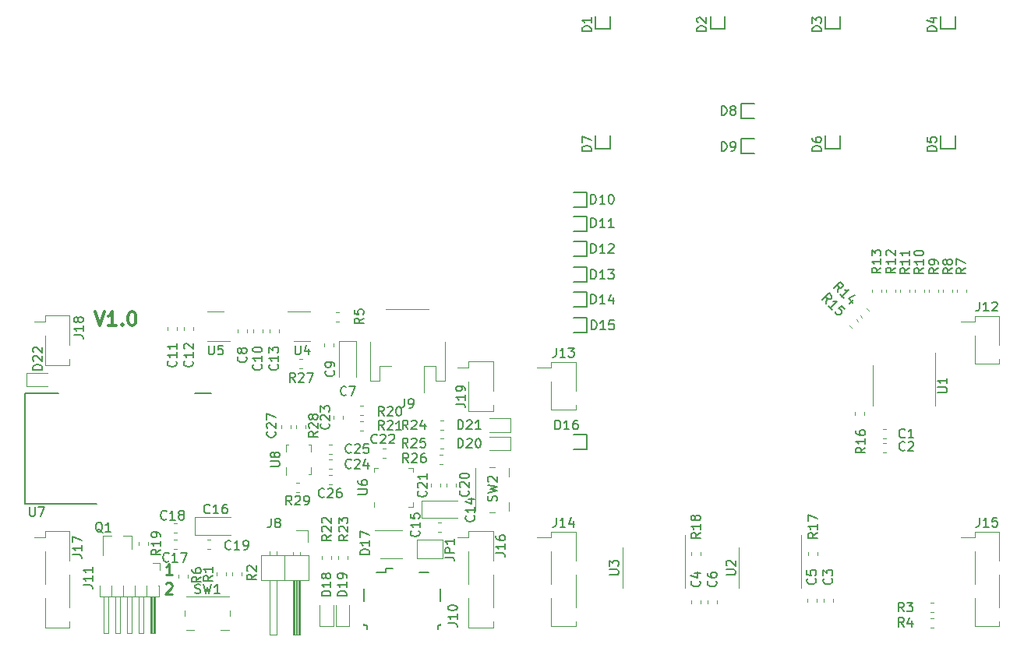
<source format=gbr>
G04 #@! TF.GenerationSoftware,KiCad,Pcbnew,(5.1.5-0-10_14)*
G04 #@! TF.CreationDate,2020-11-25T20:38:56+01:00*
G04 #@! TF.ProjectId,fl-remote,666c2d72-656d-46f7-9465-2e6b69636164,rev?*
G04 #@! TF.SameCoordinates,Original*
G04 #@! TF.FileFunction,Legend,Top*
G04 #@! TF.FilePolarity,Positive*
%FSLAX46Y46*%
G04 Gerber Fmt 4.6, Leading zero omitted, Abs format (unit mm)*
G04 Created by KiCad (PCBNEW (5.1.5-0-10_14)) date 2020-11-25 20:38:56*
%MOMM*%
%LPD*%
G04 APERTURE LIST*
%ADD10C,0.300000*%
%ADD11C,0.250000*%
%ADD12C,0.120000*%
%ADD13C,0.100000*%
%ADD14C,0.150000*%
G04 APERTURE END LIST*
D10*
X71120285Y-94936571D02*
X71620285Y-96436571D01*
X72120285Y-94936571D01*
X73406000Y-96436571D02*
X72548857Y-96436571D01*
X72977428Y-96436571D02*
X72977428Y-94936571D01*
X72834571Y-95150857D01*
X72691714Y-95293714D01*
X72548857Y-95365142D01*
X74048857Y-96293714D02*
X74120285Y-96365142D01*
X74048857Y-96436571D01*
X73977428Y-96365142D01*
X74048857Y-96293714D01*
X74048857Y-96436571D01*
X75048857Y-94936571D02*
X75191714Y-94936571D01*
X75334571Y-95008000D01*
X75406000Y-95079428D01*
X75477428Y-95222285D01*
X75548857Y-95508000D01*
X75548857Y-95865142D01*
X75477428Y-96150857D01*
X75406000Y-96293714D01*
X75334571Y-96365142D01*
X75191714Y-96436571D01*
X75048857Y-96436571D01*
X74906000Y-96365142D01*
X74834571Y-96293714D01*
X74763142Y-96150857D01*
X74691714Y-95865142D01*
X74691714Y-95508000D01*
X74763142Y-95222285D01*
X74834571Y-95079428D01*
X74906000Y-95008000D01*
X75048857Y-94936571D01*
D11*
X79472857Y-123548857D02*
X78787142Y-123548857D01*
X79130000Y-123548857D02*
X79130000Y-122348857D01*
X79015714Y-122520285D01*
X78901428Y-122634571D01*
X78787142Y-122691714D01*
X78787142Y-124513142D02*
X78844285Y-124456000D01*
X78958571Y-124398857D01*
X79244285Y-124398857D01*
X79358571Y-124456000D01*
X79415714Y-124513142D01*
X79472857Y-124627428D01*
X79472857Y-124741714D01*
X79415714Y-124913142D01*
X78730000Y-125598857D01*
X79472857Y-125598857D01*
D12*
X75113000Y-119255000D02*
X75113000Y-120715000D01*
X71953000Y-119255000D02*
X71953000Y-121415000D01*
X71953000Y-119255000D02*
X72883000Y-119255000D01*
X75113000Y-119255000D02*
X74183000Y-119255000D01*
D13*
X91864500Y-109390000D02*
X92084500Y-109390000D01*
X91864500Y-110110000D02*
X91864500Y-109390000D01*
X94564500Y-109390000D02*
X94564500Y-110110000D01*
X94344500Y-109390000D02*
X94564500Y-109390000D01*
X94564500Y-112590000D02*
X94344500Y-112590000D01*
X94564500Y-112590000D02*
X94564500Y-111870000D01*
X91864500Y-112690000D02*
X91864500Y-111870000D01*
D12*
X93253779Y-113536000D02*
X92928221Y-113536000D01*
X93253779Y-114556000D02*
X92928221Y-114556000D01*
X93982000Y-107604779D02*
X93982000Y-107279221D01*
X92962000Y-107604779D02*
X92962000Y-107279221D01*
X100238779Y-106805000D02*
X99913221Y-106805000D01*
X100238779Y-107825000D02*
X99913221Y-107825000D01*
X99913221Y-106174000D02*
X100238779Y-106174000D01*
X99913221Y-105154000D02*
X100238779Y-105154000D01*
X75817000Y-119979221D02*
X75817000Y-120304779D01*
X76837000Y-119979221D02*
X76837000Y-120304779D01*
X91311000Y-107279221D02*
X91311000Y-107604779D01*
X92331000Y-107279221D02*
X92331000Y-107604779D01*
X96809779Y-112647000D02*
X96484221Y-112647000D01*
X96809779Y-113667000D02*
X96484221Y-113667000D01*
X96484221Y-110365000D02*
X96809779Y-110365000D01*
X96484221Y-109345000D02*
X96809779Y-109345000D01*
X96809779Y-110996000D02*
X96484221Y-110996000D01*
X96809779Y-112016000D02*
X96484221Y-112016000D01*
X97026000Y-106263221D02*
X97026000Y-106588779D01*
X98046000Y-106263221D02*
X98046000Y-106588779D01*
X102660779Y-109805000D02*
X102335221Y-109805000D01*
X102660779Y-110825000D02*
X102335221Y-110825000D01*
X110310500Y-113906779D02*
X110310500Y-113581221D01*
X109290500Y-113906779D02*
X109290500Y-113581221D01*
X101404000Y-115633000D02*
X101404000Y-116108000D01*
X105624000Y-111888000D02*
X105149000Y-111888000D01*
X105624000Y-112363000D02*
X105624000Y-111888000D01*
X105624000Y-116108000D02*
X105149000Y-116108000D01*
X105624000Y-115633000D02*
X105624000Y-116108000D01*
X101404000Y-111888000D02*
X101879000Y-111888000D01*
X101404000Y-112363000D02*
X101404000Y-111888000D01*
X107576000Y-113581221D02*
X107576000Y-113906779D01*
X108596000Y-113581221D02*
X108596000Y-113906779D01*
X93318221Y-101046000D02*
X93643779Y-101046000D01*
X93318221Y-100026000D02*
X93643779Y-100026000D01*
X63675000Y-103049000D02*
X65960000Y-103049000D01*
X63675000Y-101579000D02*
X63675000Y-103049000D01*
X65960000Y-101579000D02*
X63675000Y-101579000D01*
X108874779Y-110488000D02*
X108549221Y-110488000D01*
X108874779Y-111508000D02*
X108549221Y-111508000D01*
X81155000Y-123860779D02*
X81155000Y-123535221D01*
X80135000Y-123860779D02*
X80135000Y-123535221D01*
X87046000Y-123597779D02*
X87046000Y-123272221D01*
X86026000Y-123597779D02*
X86026000Y-123272221D01*
X85346000Y-123606779D02*
X85346000Y-123281221D01*
X84326000Y-123606779D02*
X84326000Y-123281221D01*
X97580779Y-94946000D02*
X97255221Y-94946000D01*
X97580779Y-95966000D02*
X97255221Y-95966000D01*
D14*
X106300000Y-123282000D02*
X107300000Y-123282000D01*
X102700000Y-123282000D02*
X101700000Y-123282000D01*
X102700000Y-122857000D02*
X102700000Y-123282000D01*
X103425000Y-122857000D02*
X102700000Y-122857000D01*
X108650000Y-126432000D02*
X108650000Y-125032000D01*
X108650000Y-128982000D02*
X108650000Y-128832000D01*
X108350000Y-128982000D02*
X108650000Y-128982000D01*
X108350000Y-129432000D02*
X108350000Y-128982000D01*
X100650000Y-128982000D02*
X100650000Y-129432000D01*
X100350000Y-128982000D02*
X100650000Y-128982000D01*
X100350000Y-128832000D02*
X100350000Y-128982000D01*
X100350000Y-125032000D02*
X100350000Y-126432000D01*
D12*
X116100000Y-112825000D02*
X116100000Y-111900000D01*
X113975000Y-116700000D02*
X114525000Y-116700000D01*
X113975000Y-111800000D02*
X114525000Y-111800000D01*
X112400000Y-116600000D02*
X112400000Y-111900000D01*
X116100000Y-116600000D02*
X116100000Y-115675000D01*
X84746000Y-129564000D02*
X85671000Y-129564000D01*
X80871000Y-127439000D02*
X80871000Y-127989000D01*
X85771000Y-127439000D02*
X85771000Y-127989000D01*
X80971000Y-125864000D02*
X85671000Y-125864000D01*
X80971000Y-129564000D02*
X81896000Y-129564000D01*
X108920779Y-106740000D02*
X108595221Y-106740000D01*
X108920779Y-107760000D02*
X108595221Y-107760000D01*
X108920779Y-108740000D02*
X108595221Y-108740000D01*
X108920779Y-109760000D02*
X108595221Y-109760000D01*
X98499500Y-121780779D02*
X98499500Y-121455221D01*
X97479500Y-121780779D02*
X97479500Y-121455221D01*
X96785000Y-121780779D02*
X96785000Y-121455221D01*
X95765000Y-121780779D02*
X95765000Y-121455221D01*
X116235000Y-106515000D02*
X113950000Y-106515000D01*
X116235000Y-107985000D02*
X116235000Y-106515000D01*
X113950000Y-107985000D02*
X116235000Y-107985000D01*
X116235000Y-108515000D02*
X113950000Y-108515000D01*
X116235000Y-109985000D02*
X116235000Y-108515000D01*
X113950000Y-109985000D02*
X116235000Y-109985000D01*
X98724500Y-129100000D02*
X98724500Y-126815000D01*
X97254500Y-129100000D02*
X98724500Y-129100000D01*
X97254500Y-126815000D02*
X97254500Y-129100000D01*
X96985000Y-129100000D02*
X96985000Y-126815000D01*
X95515000Y-129100000D02*
X96985000Y-129100000D01*
X95515000Y-126815000D02*
X95515000Y-129100000D01*
X64460000Y-119430000D02*
X65670000Y-119430000D01*
X65670000Y-126030000D02*
X65670000Y-129240000D01*
X65670000Y-120950000D02*
X65670000Y-124510000D01*
X65670000Y-118760000D02*
X65670000Y-119430000D01*
X65670000Y-129240000D02*
X68330000Y-129240000D01*
X68330000Y-128570000D02*
X68330000Y-129240000D01*
X68330000Y-123490000D02*
X68330000Y-127050000D01*
X68330000Y-118760000D02*
X68330000Y-121970000D01*
X65670000Y-118760000D02*
X68330000Y-118760000D01*
X110460000Y-119430000D02*
X111670000Y-119430000D01*
X111670000Y-126030000D02*
X111670000Y-129240000D01*
X111670000Y-120950000D02*
X111670000Y-124510000D01*
X111670000Y-118760000D02*
X111670000Y-119430000D01*
X111670000Y-129240000D02*
X114330000Y-129240000D01*
X114330000Y-128570000D02*
X114330000Y-129240000D01*
X114330000Y-123490000D02*
X114330000Y-127050000D01*
X114330000Y-118760000D02*
X114330000Y-121970000D01*
X111670000Y-118760000D02*
X114330000Y-118760000D01*
X110460000Y-100970000D02*
X111670000Y-100970000D01*
X111670000Y-102490000D02*
X111670000Y-105700000D01*
X111670000Y-100300000D02*
X111670000Y-100970000D01*
X111670000Y-105700000D02*
X114330000Y-105700000D01*
X114330000Y-105030000D02*
X114330000Y-105700000D01*
X114330000Y-100300000D02*
X114330000Y-103510000D01*
X111670000Y-100300000D02*
X114330000Y-100300000D01*
X64460000Y-95970000D02*
X65670000Y-95970000D01*
X65670000Y-97490000D02*
X65670000Y-100700000D01*
X65670000Y-95300000D02*
X65670000Y-95970000D01*
X65670000Y-100700000D02*
X68330000Y-100700000D01*
X68330000Y-100030000D02*
X68330000Y-100700000D01*
X68330000Y-95300000D02*
X68330000Y-98510000D01*
X65670000Y-95300000D02*
X68330000Y-95300000D01*
X166670000Y-126030000D02*
X166670000Y-129140000D01*
X166670000Y-120950000D02*
X166670000Y-124510000D01*
X169330000Y-123490000D02*
X169330000Y-127050000D01*
X169330000Y-128570000D02*
X169330000Y-129140000D01*
X166670000Y-118860000D02*
X166670000Y-119430000D01*
X166670000Y-119430000D02*
X165150000Y-119430000D01*
X169330000Y-118860000D02*
X169330000Y-121970000D01*
X166670000Y-129140000D02*
X169330000Y-129140000D01*
X166670000Y-118860000D02*
X169330000Y-118860000D01*
X120670000Y-126030000D02*
X120670000Y-129140000D01*
X120670000Y-120950000D02*
X120670000Y-124510000D01*
X123330000Y-123490000D02*
X123330000Y-127050000D01*
X123330000Y-128570000D02*
X123330000Y-129140000D01*
X120670000Y-118860000D02*
X120670000Y-119430000D01*
X120670000Y-119430000D02*
X119150000Y-119430000D01*
X123330000Y-118860000D02*
X123330000Y-121970000D01*
X120670000Y-129140000D02*
X123330000Y-129140000D01*
X120670000Y-118860000D02*
X123330000Y-118860000D01*
X120670000Y-102490000D02*
X120670000Y-105600000D01*
X123330000Y-105030000D02*
X123330000Y-105600000D01*
X120670000Y-100400000D02*
X120670000Y-100970000D01*
X120670000Y-100970000D02*
X119150000Y-100970000D01*
X123330000Y-100400000D02*
X123330000Y-103510000D01*
X120670000Y-105600000D02*
X123330000Y-105600000D01*
X120670000Y-100400000D02*
X123330000Y-100400000D01*
X166670000Y-97490000D02*
X166670000Y-100600000D01*
X169330000Y-100030000D02*
X169330000Y-100600000D01*
X166670000Y-95400000D02*
X166670000Y-95970000D01*
X166670000Y-95970000D02*
X165150000Y-95970000D01*
X169330000Y-95400000D02*
X169330000Y-98510000D01*
X166670000Y-100600000D02*
X169330000Y-100600000D01*
X166670000Y-95400000D02*
X169330000Y-95400000D01*
X135220000Y-122761000D02*
X135220000Y-119161000D01*
X135220000Y-122761000D02*
X135220000Y-124961000D01*
X128450000Y-122761000D02*
X128450000Y-120561000D01*
X128450000Y-122761000D02*
X128450000Y-124961000D01*
X147793000Y-122761000D02*
X147793000Y-119161000D01*
X147793000Y-122761000D02*
X147793000Y-124961000D01*
X141023000Y-122761000D02*
X141023000Y-120561000D01*
X141023000Y-122761000D02*
X141023000Y-124961000D01*
X136917000Y-121399779D02*
X136917000Y-121074221D01*
X135897000Y-121399779D02*
X135897000Y-121074221D01*
X149617000Y-121399779D02*
X149617000Y-121074221D01*
X148597000Y-121399779D02*
X148597000Y-121074221D01*
D14*
X124500000Y-109845000D02*
X124500000Y-108245000D01*
X124500000Y-108245000D02*
X123100000Y-108245000D01*
X123100000Y-109845000D02*
X124500000Y-109845000D01*
X124500000Y-97150000D02*
X124500000Y-95550000D01*
X124500000Y-95550000D02*
X123100000Y-95550000D01*
X123100000Y-97150000D02*
X124500000Y-97150000D01*
X124519000Y-94400000D02*
X124519000Y-92800000D01*
X124519000Y-92800000D02*
X123119000Y-92800000D01*
X123119000Y-94400000D02*
X124519000Y-94400000D01*
X124519000Y-91650000D02*
X124519000Y-90050000D01*
X124519000Y-90050000D02*
X123119000Y-90050000D01*
X123119000Y-91650000D02*
X124519000Y-91650000D01*
X124519000Y-88900000D02*
X124519000Y-87300000D01*
X124519000Y-87300000D02*
X123119000Y-87300000D01*
X123119000Y-88900000D02*
X124519000Y-88900000D01*
X124519000Y-86150000D02*
X124519000Y-84550000D01*
X124519000Y-84550000D02*
X123119000Y-84550000D01*
X123119000Y-86150000D02*
X124519000Y-86150000D01*
X124519000Y-83511000D02*
X124519000Y-81911000D01*
X124519000Y-81911000D02*
X123119000Y-81911000D01*
X123119000Y-83511000D02*
X124519000Y-83511000D01*
X141300000Y-76100000D02*
X141300000Y-77700000D01*
X141300000Y-77700000D02*
X142700000Y-77700000D01*
X142700000Y-76100000D02*
X141300000Y-76100000D01*
X141300000Y-72300000D02*
X141300000Y-73900000D01*
X141300000Y-73900000D02*
X142700000Y-73900000D01*
X142700000Y-72300000D02*
X141300000Y-72300000D01*
X125450000Y-77200000D02*
X127050000Y-77200000D01*
X127050000Y-77200000D02*
X127050000Y-75800000D01*
X125450000Y-75800000D02*
X125450000Y-77200000D01*
X150450000Y-77200000D02*
X152050000Y-77200000D01*
X152050000Y-77200000D02*
X152050000Y-75800000D01*
X150450000Y-75800000D02*
X150450000Y-77200000D01*
X162950000Y-77200000D02*
X164550000Y-77200000D01*
X164550000Y-77200000D02*
X164550000Y-75800000D01*
X162950000Y-75800000D02*
X162950000Y-77200000D01*
D12*
X137675000Y-126281221D02*
X137675000Y-126606779D01*
X138695000Y-126281221D02*
X138695000Y-126606779D01*
X148470000Y-126154221D02*
X148470000Y-126479779D01*
X149490000Y-126154221D02*
X149490000Y-126479779D01*
X135897000Y-126281221D02*
X135897000Y-126606779D01*
X136917000Y-126281221D02*
X136917000Y-126606779D01*
X150248000Y-126154221D02*
X150248000Y-126479779D01*
X151268000Y-126154221D02*
X151268000Y-126479779D01*
D14*
X162950000Y-64200000D02*
X164550000Y-64200000D01*
X164550000Y-64200000D02*
X164550000Y-62800000D01*
X162950000Y-62800000D02*
X162950000Y-64200000D01*
X150450000Y-64200000D02*
X152050000Y-64200000D01*
X152050000Y-64200000D02*
X152050000Y-62800000D01*
X150450000Y-62800000D02*
X150450000Y-64200000D01*
X137950000Y-64200000D02*
X139550000Y-64200000D01*
X139550000Y-64200000D02*
X139550000Y-62800000D01*
X137950000Y-62800000D02*
X137950000Y-64200000D01*
D12*
X78112000Y-122255000D02*
X78112000Y-123015000D01*
X77352000Y-122255000D02*
X78112000Y-122255000D01*
X72012000Y-129845000D02*
X72012000Y-125845000D01*
X72532000Y-129845000D02*
X72012000Y-129845000D01*
X72532000Y-125845000D02*
X72532000Y-129845000D01*
X72922323Y-124725000D02*
X72891677Y-124725000D01*
X72907000Y-124725000D02*
X72907000Y-125845000D01*
X73282000Y-129845000D02*
X73282000Y-125845000D01*
X73802000Y-129845000D02*
X73282000Y-129845000D01*
X73802000Y-125845000D02*
X73802000Y-129845000D01*
X74192323Y-124725000D02*
X74161677Y-124725000D01*
X74177000Y-124725000D02*
X74177000Y-125845000D01*
X74552000Y-129845000D02*
X74552000Y-125845000D01*
X75072000Y-129845000D02*
X74552000Y-129845000D01*
X75072000Y-125845000D02*
X75072000Y-129845000D01*
X75462323Y-124725000D02*
X75431677Y-124725000D01*
X75447000Y-124725000D02*
X75447000Y-125845000D01*
X75822000Y-129845000D02*
X75822000Y-125845000D01*
X76342000Y-129845000D02*
X75822000Y-129845000D01*
X76342000Y-125845000D02*
X76342000Y-129845000D01*
X76732323Y-124725000D02*
X76701677Y-124725000D01*
X76717000Y-124725000D02*
X76717000Y-125845000D01*
X77192000Y-125845000D02*
X77192000Y-129845000D01*
X77312000Y-125845000D02*
X77312000Y-129845000D01*
X77432000Y-125845000D02*
X77432000Y-129845000D01*
X77552000Y-125845000D02*
X77552000Y-129845000D01*
X77092000Y-129845000D02*
X77092000Y-125845000D01*
X77612000Y-129845000D02*
X77092000Y-129845000D01*
X77612000Y-125845000D02*
X77612000Y-129845000D01*
X71577000Y-124725000D02*
X71652323Y-124725000D01*
X71577000Y-125845000D02*
X71577000Y-124725000D01*
X78047000Y-125845000D02*
X71577000Y-125845000D01*
X78047000Y-124725000D02*
X78047000Y-125845000D01*
X77971677Y-124725000D02*
X78047000Y-124725000D01*
D14*
X125450000Y-64200000D02*
X127050000Y-64200000D01*
X127050000Y-64200000D02*
X127050000Y-62800000D01*
X125450000Y-62800000D02*
X125450000Y-64200000D01*
X83700000Y-103776000D02*
X81900000Y-103776000D01*
X67100000Y-103776000D02*
X63500000Y-103776000D01*
X63500000Y-115776000D02*
X63500000Y-103776000D01*
X71300000Y-115776000D02*
X63500000Y-115776000D01*
D12*
X83310000Y-98082000D02*
X85760000Y-98082000D01*
X85110000Y-94862000D02*
X83310000Y-94862000D01*
X94508000Y-94862000D02*
X92058000Y-94862000D01*
X92708000Y-98082000D02*
X94508000Y-98082000D01*
X162398000Y-102958000D02*
X162398000Y-99358000D01*
X162398000Y-102958000D02*
X162398000Y-105158000D01*
X155628000Y-102958000D02*
X155628000Y-100758000D01*
X155628000Y-102958000D02*
X155628000Y-105158000D01*
X154697000Y-106159779D02*
X154697000Y-105834221D01*
X153677000Y-106159779D02*
X153677000Y-105834221D01*
X153076273Y-96463522D02*
X153306478Y-96693727D01*
X153797522Y-95742273D02*
X154027727Y-95972478D01*
X154219273Y-95320522D02*
X154449478Y-95550727D01*
X154940522Y-94599273D02*
X155170727Y-94829478D01*
X155522200Y-92496421D02*
X155522200Y-92821979D01*
X156542200Y-92496421D02*
X156542200Y-92821979D01*
X157071600Y-92496421D02*
X157071600Y-92821979D01*
X158091600Y-92496421D02*
X158091600Y-92821979D01*
X158595600Y-92496421D02*
X158595600Y-92821979D01*
X159615600Y-92496421D02*
X159615600Y-92821979D01*
X160145000Y-92496421D02*
X160145000Y-92821979D01*
X161165000Y-92496421D02*
X161165000Y-92821979D01*
X161669000Y-92496421D02*
X161669000Y-92821979D01*
X162689000Y-92496421D02*
X162689000Y-92821979D01*
X163193000Y-92496421D02*
X163193000Y-92821979D01*
X164213000Y-92496421D02*
X164213000Y-92821979D01*
X164717000Y-92496421D02*
X164717000Y-92821979D01*
X165737000Y-92496421D02*
X165737000Y-92821979D01*
X161898221Y-129240000D02*
X162223779Y-129240000D01*
X161898221Y-128220000D02*
X162223779Y-128220000D01*
X161898221Y-127589000D02*
X162223779Y-127589000D01*
X161898221Y-126569000D02*
X162223779Y-126569000D01*
X106051000Y-119729000D02*
X108851000Y-119729000D01*
X108851000Y-119729000D02*
X108851000Y-121729000D01*
X108851000Y-121729000D02*
X106051000Y-121729000D01*
X106051000Y-121729000D02*
X106051000Y-119729000D01*
X107378000Y-94629000D02*
X102698000Y-94629000D01*
X101998000Y-100849000D02*
X103278000Y-100849000D01*
X101998000Y-102449000D02*
X101998000Y-100849000D01*
X100978000Y-102449000D02*
X101998000Y-102449000D01*
X100978000Y-98199000D02*
X100978000Y-102449000D01*
X106798000Y-100849000D02*
X106798000Y-103739000D01*
X108078000Y-100849000D02*
X106798000Y-100849000D01*
X108078000Y-102449000D02*
X108078000Y-100849000D01*
X109098000Y-102449000D02*
X108078000Y-102449000D01*
X109098000Y-98199000D02*
X109098000Y-102449000D01*
X94243000Y-118697000D02*
X94243000Y-119967000D01*
X92973000Y-118697000D02*
X94243000Y-118697000D01*
X90053000Y-121009929D02*
X90053000Y-121407000D01*
X90813000Y-121009929D02*
X90813000Y-121407000D01*
X90053000Y-130067000D02*
X90053000Y-124067000D01*
X90813000Y-130067000D02*
X90053000Y-130067000D01*
X90813000Y-124067000D02*
X90813000Y-130067000D01*
X91703000Y-121407000D02*
X91703000Y-124067000D01*
X92593000Y-121077000D02*
X92593000Y-121407000D01*
X93353000Y-121077000D02*
X93353000Y-121407000D01*
X92693000Y-124067000D02*
X92693000Y-130067000D01*
X92813000Y-124067000D02*
X92813000Y-130067000D01*
X92933000Y-124067000D02*
X92933000Y-130067000D01*
X93053000Y-124067000D02*
X93053000Y-130067000D01*
X93173000Y-124067000D02*
X93173000Y-130067000D01*
X93293000Y-124067000D02*
X93293000Y-130067000D01*
X92593000Y-130067000D02*
X92593000Y-124067000D01*
X93353000Y-130067000D02*
X92593000Y-130067000D01*
X93353000Y-124067000D02*
X93353000Y-130067000D01*
X94303000Y-124067000D02*
X94303000Y-121407000D01*
X89103000Y-124067000D02*
X94303000Y-124067000D01*
X89103000Y-121407000D02*
X89103000Y-124067000D01*
X94303000Y-121407000D02*
X89103000Y-121407000D01*
X104460000Y-118671000D02*
X101510000Y-118671000D01*
X102060000Y-121771000D02*
X104460000Y-121771000D01*
X83610779Y-119711000D02*
X83285221Y-119711000D01*
X83610779Y-120731000D02*
X83285221Y-120731000D01*
X79963779Y-117903000D02*
X79638221Y-117903000D01*
X79963779Y-118923000D02*
X79638221Y-118923000D01*
X79963779Y-119711000D02*
X79638221Y-119711000D01*
X79963779Y-120731000D02*
X79638221Y-120731000D01*
X81930000Y-119160000D02*
X85840000Y-119160000D01*
X81930000Y-117290000D02*
X81930000Y-119160000D01*
X85840000Y-117290000D02*
X81930000Y-117290000D01*
X108722279Y-117854000D02*
X108396721Y-117854000D01*
X108722279Y-118874000D02*
X108396721Y-118874000D01*
X106601500Y-117346000D02*
X110511500Y-117346000D01*
X106601500Y-115476000D02*
X106601500Y-117346000D01*
X110511500Y-115476000D02*
X106601500Y-115476000D01*
X91070000Y-97142779D02*
X91070000Y-96817221D01*
X90050000Y-97142779D02*
X90050000Y-96817221D01*
X80779000Y-96563221D02*
X80779000Y-96888779D01*
X81799000Y-96563221D02*
X81799000Y-96888779D01*
X80021000Y-96888779D02*
X80021000Y-96563221D01*
X79001000Y-96888779D02*
X79001000Y-96563221D01*
X88272000Y-96817221D02*
X88272000Y-97142779D01*
X89292000Y-96817221D02*
X89292000Y-97142779D01*
X97039000Y-98666779D02*
X97039000Y-98341221D01*
X96019000Y-98666779D02*
X96019000Y-98341221D01*
X87641000Y-97142779D02*
X87641000Y-96817221D01*
X86621000Y-97142779D02*
X86621000Y-96817221D01*
X97626000Y-98099000D02*
X97626000Y-102009000D01*
X99496000Y-98099000D02*
X97626000Y-98099000D01*
X99496000Y-102009000D02*
X99496000Y-98099000D01*
X156682221Y-110229000D02*
X157007779Y-110229000D01*
X156682221Y-109209000D02*
X157007779Y-109209000D01*
X156682221Y-108705000D02*
X157007779Y-108705000D01*
X156682221Y-107685000D02*
X157007779Y-107685000D01*
D14*
X71913761Y-118911619D02*
X71818523Y-118864000D01*
X71723285Y-118768761D01*
X71580428Y-118625904D01*
X71485190Y-118578285D01*
X71389952Y-118578285D01*
X71437571Y-118816380D02*
X71342333Y-118768761D01*
X71247095Y-118673523D01*
X71199476Y-118483047D01*
X71199476Y-118149714D01*
X71247095Y-117959238D01*
X71342333Y-117864000D01*
X71437571Y-117816380D01*
X71628047Y-117816380D01*
X71723285Y-117864000D01*
X71818523Y-117959238D01*
X71866142Y-118149714D01*
X71866142Y-118483047D01*
X71818523Y-118673523D01*
X71723285Y-118768761D01*
X71628047Y-118816380D01*
X71437571Y-118816380D01*
X72818523Y-118816380D02*
X72247095Y-118816380D01*
X72532809Y-118816380D02*
X72532809Y-117816380D01*
X72437571Y-117959238D01*
X72342333Y-118054476D01*
X72247095Y-118102095D01*
X90166880Y-111751904D02*
X90976404Y-111751904D01*
X91071642Y-111704285D01*
X91119261Y-111656666D01*
X91166880Y-111561428D01*
X91166880Y-111370952D01*
X91119261Y-111275714D01*
X91071642Y-111228095D01*
X90976404Y-111180476D01*
X90166880Y-111180476D01*
X90595452Y-110561428D02*
X90547833Y-110656666D01*
X90500214Y-110704285D01*
X90404976Y-110751904D01*
X90357357Y-110751904D01*
X90262119Y-110704285D01*
X90214500Y-110656666D01*
X90166880Y-110561428D01*
X90166880Y-110370952D01*
X90214500Y-110275714D01*
X90262119Y-110228095D01*
X90357357Y-110180476D01*
X90404976Y-110180476D01*
X90500214Y-110228095D01*
X90547833Y-110275714D01*
X90595452Y-110370952D01*
X90595452Y-110561428D01*
X90643071Y-110656666D01*
X90690690Y-110704285D01*
X90785928Y-110751904D01*
X90976404Y-110751904D01*
X91071642Y-110704285D01*
X91119261Y-110656666D01*
X91166880Y-110561428D01*
X91166880Y-110370952D01*
X91119261Y-110275714D01*
X91071642Y-110228095D01*
X90976404Y-110180476D01*
X90785928Y-110180476D01*
X90690690Y-110228095D01*
X90643071Y-110275714D01*
X90595452Y-110370952D01*
X92448142Y-115928380D02*
X92114809Y-115452190D01*
X91876714Y-115928380D02*
X91876714Y-114928380D01*
X92257666Y-114928380D01*
X92352904Y-114976000D01*
X92400523Y-115023619D01*
X92448142Y-115118857D01*
X92448142Y-115261714D01*
X92400523Y-115356952D01*
X92352904Y-115404571D01*
X92257666Y-115452190D01*
X91876714Y-115452190D01*
X92829095Y-115023619D02*
X92876714Y-114976000D01*
X92971952Y-114928380D01*
X93210047Y-114928380D01*
X93305285Y-114976000D01*
X93352904Y-115023619D01*
X93400523Y-115118857D01*
X93400523Y-115214095D01*
X93352904Y-115356952D01*
X92781476Y-115928380D01*
X93400523Y-115928380D01*
X93876714Y-115928380D02*
X94067190Y-115928380D01*
X94162428Y-115880761D01*
X94210047Y-115833142D01*
X94305285Y-115690285D01*
X94352904Y-115499809D01*
X94352904Y-115118857D01*
X94305285Y-115023619D01*
X94257666Y-114976000D01*
X94162428Y-114928380D01*
X93971952Y-114928380D01*
X93876714Y-114976000D01*
X93829095Y-115023619D01*
X93781476Y-115118857D01*
X93781476Y-115356952D01*
X93829095Y-115452190D01*
X93876714Y-115499809D01*
X93971952Y-115547428D01*
X94162428Y-115547428D01*
X94257666Y-115499809D01*
X94305285Y-115452190D01*
X94352904Y-115356952D01*
X95321380Y-107957857D02*
X94845190Y-108291190D01*
X95321380Y-108529285D02*
X94321380Y-108529285D01*
X94321380Y-108148333D01*
X94369000Y-108053095D01*
X94416619Y-108005476D01*
X94511857Y-107957857D01*
X94654714Y-107957857D01*
X94749952Y-108005476D01*
X94797571Y-108053095D01*
X94845190Y-108148333D01*
X94845190Y-108529285D01*
X94416619Y-107576904D02*
X94369000Y-107529285D01*
X94321380Y-107434047D01*
X94321380Y-107195952D01*
X94369000Y-107100714D01*
X94416619Y-107053095D01*
X94511857Y-107005476D01*
X94607095Y-107005476D01*
X94749952Y-107053095D01*
X95321380Y-107624523D01*
X95321380Y-107005476D01*
X94749952Y-106434047D02*
X94702333Y-106529285D01*
X94654714Y-106576904D01*
X94559476Y-106624523D01*
X94511857Y-106624523D01*
X94416619Y-106576904D01*
X94369000Y-106529285D01*
X94321380Y-106434047D01*
X94321380Y-106243571D01*
X94369000Y-106148333D01*
X94416619Y-106100714D01*
X94511857Y-106053095D01*
X94559476Y-106053095D01*
X94654714Y-106100714D01*
X94702333Y-106148333D01*
X94749952Y-106243571D01*
X94749952Y-106434047D01*
X94797571Y-106529285D01*
X94845190Y-106576904D01*
X94940428Y-106624523D01*
X95130904Y-106624523D01*
X95226142Y-106576904D01*
X95273761Y-106529285D01*
X95321380Y-106434047D01*
X95321380Y-106243571D01*
X95273761Y-106148333D01*
X95226142Y-106100714D01*
X95130904Y-106053095D01*
X94940428Y-106053095D01*
X94845190Y-106100714D01*
X94797571Y-106148333D01*
X94749952Y-106243571D01*
X102481142Y-107767380D02*
X102147809Y-107291190D01*
X101909714Y-107767380D02*
X101909714Y-106767380D01*
X102290666Y-106767380D01*
X102385904Y-106815000D01*
X102433523Y-106862619D01*
X102481142Y-106957857D01*
X102481142Y-107100714D01*
X102433523Y-107195952D01*
X102385904Y-107243571D01*
X102290666Y-107291190D01*
X101909714Y-107291190D01*
X102862095Y-106862619D02*
X102909714Y-106815000D01*
X103004952Y-106767380D01*
X103243047Y-106767380D01*
X103338285Y-106815000D01*
X103385904Y-106862619D01*
X103433523Y-106957857D01*
X103433523Y-107053095D01*
X103385904Y-107195952D01*
X102814476Y-107767380D01*
X103433523Y-107767380D01*
X104385904Y-107767380D02*
X103814476Y-107767380D01*
X104100190Y-107767380D02*
X104100190Y-106767380D01*
X104004952Y-106910238D01*
X103909714Y-107005476D01*
X103814476Y-107053095D01*
X102481142Y-106243380D02*
X102147809Y-105767190D01*
X101909714Y-106243380D02*
X101909714Y-105243380D01*
X102290666Y-105243380D01*
X102385904Y-105291000D01*
X102433523Y-105338619D01*
X102481142Y-105433857D01*
X102481142Y-105576714D01*
X102433523Y-105671952D01*
X102385904Y-105719571D01*
X102290666Y-105767190D01*
X101909714Y-105767190D01*
X102862095Y-105338619D02*
X102909714Y-105291000D01*
X103004952Y-105243380D01*
X103243047Y-105243380D01*
X103338285Y-105291000D01*
X103385904Y-105338619D01*
X103433523Y-105433857D01*
X103433523Y-105529095D01*
X103385904Y-105671952D01*
X102814476Y-106243380D01*
X103433523Y-106243380D01*
X104052571Y-105243380D02*
X104147809Y-105243380D01*
X104243047Y-105291000D01*
X104290666Y-105338619D01*
X104338285Y-105433857D01*
X104385904Y-105624333D01*
X104385904Y-105862428D01*
X104338285Y-106052904D01*
X104290666Y-106148142D01*
X104243047Y-106195761D01*
X104147809Y-106243380D01*
X104052571Y-106243380D01*
X103957333Y-106195761D01*
X103909714Y-106148142D01*
X103862095Y-106052904D01*
X103814476Y-105862428D01*
X103814476Y-105624333D01*
X103862095Y-105433857D01*
X103909714Y-105338619D01*
X103957333Y-105291000D01*
X104052571Y-105243380D01*
X78209380Y-120784857D02*
X77733190Y-121118190D01*
X78209380Y-121356285D02*
X77209380Y-121356285D01*
X77209380Y-120975333D01*
X77257000Y-120880095D01*
X77304619Y-120832476D01*
X77399857Y-120784857D01*
X77542714Y-120784857D01*
X77637952Y-120832476D01*
X77685571Y-120880095D01*
X77733190Y-120975333D01*
X77733190Y-121356285D01*
X78209380Y-119832476D02*
X78209380Y-120403904D01*
X78209380Y-120118190D02*
X77209380Y-120118190D01*
X77352238Y-120213428D01*
X77447476Y-120308666D01*
X77495095Y-120403904D01*
X78209380Y-119356285D02*
X78209380Y-119165809D01*
X78161761Y-119070571D01*
X78114142Y-119022952D01*
X77971285Y-118927714D01*
X77780809Y-118880095D01*
X77399857Y-118880095D01*
X77304619Y-118927714D01*
X77257000Y-118975333D01*
X77209380Y-119070571D01*
X77209380Y-119261047D01*
X77257000Y-119356285D01*
X77304619Y-119403904D01*
X77399857Y-119451523D01*
X77637952Y-119451523D01*
X77733190Y-119403904D01*
X77780809Y-119356285D01*
X77828428Y-119261047D01*
X77828428Y-119070571D01*
X77780809Y-118975333D01*
X77733190Y-118927714D01*
X77637952Y-118880095D01*
X90654142Y-107957857D02*
X90701761Y-108005476D01*
X90749380Y-108148333D01*
X90749380Y-108243571D01*
X90701761Y-108386428D01*
X90606523Y-108481666D01*
X90511285Y-108529285D01*
X90320809Y-108576904D01*
X90177952Y-108576904D01*
X89987476Y-108529285D01*
X89892238Y-108481666D01*
X89797000Y-108386428D01*
X89749380Y-108243571D01*
X89749380Y-108148333D01*
X89797000Y-108005476D01*
X89844619Y-107957857D01*
X89844619Y-107576904D02*
X89797000Y-107529285D01*
X89749380Y-107434047D01*
X89749380Y-107195952D01*
X89797000Y-107100714D01*
X89844619Y-107053095D01*
X89939857Y-107005476D01*
X90035095Y-107005476D01*
X90177952Y-107053095D01*
X90749380Y-107624523D01*
X90749380Y-107005476D01*
X89749380Y-106672142D02*
X89749380Y-106005476D01*
X90749380Y-106434047D01*
X96004142Y-115038142D02*
X95956523Y-115085761D01*
X95813666Y-115133380D01*
X95718428Y-115133380D01*
X95575571Y-115085761D01*
X95480333Y-114990523D01*
X95432714Y-114895285D01*
X95385095Y-114704809D01*
X95385095Y-114561952D01*
X95432714Y-114371476D01*
X95480333Y-114276238D01*
X95575571Y-114181000D01*
X95718428Y-114133380D01*
X95813666Y-114133380D01*
X95956523Y-114181000D01*
X96004142Y-114228619D01*
X96385095Y-114228619D02*
X96432714Y-114181000D01*
X96527952Y-114133380D01*
X96766047Y-114133380D01*
X96861285Y-114181000D01*
X96908904Y-114228619D01*
X96956523Y-114323857D01*
X96956523Y-114419095D01*
X96908904Y-114561952D01*
X96337476Y-115133380D01*
X96956523Y-115133380D01*
X97813666Y-114133380D02*
X97623190Y-114133380D01*
X97527952Y-114181000D01*
X97480333Y-114228619D01*
X97385095Y-114371476D01*
X97337476Y-114561952D01*
X97337476Y-114942904D01*
X97385095Y-115038142D01*
X97432714Y-115085761D01*
X97527952Y-115133380D01*
X97718428Y-115133380D01*
X97813666Y-115085761D01*
X97861285Y-115038142D01*
X97908904Y-114942904D01*
X97908904Y-114704809D01*
X97861285Y-114609571D01*
X97813666Y-114561952D01*
X97718428Y-114514333D01*
X97527952Y-114514333D01*
X97432714Y-114561952D01*
X97385095Y-114609571D01*
X97337476Y-114704809D01*
X98925142Y-110212142D02*
X98877523Y-110259761D01*
X98734666Y-110307380D01*
X98639428Y-110307380D01*
X98496571Y-110259761D01*
X98401333Y-110164523D01*
X98353714Y-110069285D01*
X98306095Y-109878809D01*
X98306095Y-109735952D01*
X98353714Y-109545476D01*
X98401333Y-109450238D01*
X98496571Y-109355000D01*
X98639428Y-109307380D01*
X98734666Y-109307380D01*
X98877523Y-109355000D01*
X98925142Y-109402619D01*
X99306095Y-109402619D02*
X99353714Y-109355000D01*
X99448952Y-109307380D01*
X99687047Y-109307380D01*
X99782285Y-109355000D01*
X99829904Y-109402619D01*
X99877523Y-109497857D01*
X99877523Y-109593095D01*
X99829904Y-109735952D01*
X99258476Y-110307380D01*
X99877523Y-110307380D01*
X100782285Y-109307380D02*
X100306095Y-109307380D01*
X100258476Y-109783571D01*
X100306095Y-109735952D01*
X100401333Y-109688333D01*
X100639428Y-109688333D01*
X100734666Y-109735952D01*
X100782285Y-109783571D01*
X100829904Y-109878809D01*
X100829904Y-110116904D01*
X100782285Y-110212142D01*
X100734666Y-110259761D01*
X100639428Y-110307380D01*
X100401333Y-110307380D01*
X100306095Y-110259761D01*
X100258476Y-110212142D01*
X98925142Y-111863142D02*
X98877523Y-111910761D01*
X98734666Y-111958380D01*
X98639428Y-111958380D01*
X98496571Y-111910761D01*
X98401333Y-111815523D01*
X98353714Y-111720285D01*
X98306095Y-111529809D01*
X98306095Y-111386952D01*
X98353714Y-111196476D01*
X98401333Y-111101238D01*
X98496571Y-111006000D01*
X98639428Y-110958380D01*
X98734666Y-110958380D01*
X98877523Y-111006000D01*
X98925142Y-111053619D01*
X99306095Y-111053619D02*
X99353714Y-111006000D01*
X99448952Y-110958380D01*
X99687047Y-110958380D01*
X99782285Y-111006000D01*
X99829904Y-111053619D01*
X99877523Y-111148857D01*
X99877523Y-111244095D01*
X99829904Y-111386952D01*
X99258476Y-111958380D01*
X99877523Y-111958380D01*
X100734666Y-111291714D02*
X100734666Y-111958380D01*
X100496571Y-110910761D02*
X100258476Y-111625047D01*
X100877523Y-111625047D01*
X96496142Y-107068857D02*
X96543761Y-107116476D01*
X96591380Y-107259333D01*
X96591380Y-107354571D01*
X96543761Y-107497428D01*
X96448523Y-107592666D01*
X96353285Y-107640285D01*
X96162809Y-107687904D01*
X96019952Y-107687904D01*
X95829476Y-107640285D01*
X95734238Y-107592666D01*
X95639000Y-107497428D01*
X95591380Y-107354571D01*
X95591380Y-107259333D01*
X95639000Y-107116476D01*
X95686619Y-107068857D01*
X95686619Y-106687904D02*
X95639000Y-106640285D01*
X95591380Y-106545047D01*
X95591380Y-106306952D01*
X95639000Y-106211714D01*
X95686619Y-106164095D01*
X95781857Y-106116476D01*
X95877095Y-106116476D01*
X96019952Y-106164095D01*
X96591380Y-106735523D01*
X96591380Y-106116476D01*
X95591380Y-105783142D02*
X95591380Y-105164095D01*
X95972333Y-105497428D01*
X95972333Y-105354571D01*
X96019952Y-105259333D01*
X96067571Y-105211714D01*
X96162809Y-105164095D01*
X96400904Y-105164095D01*
X96496142Y-105211714D01*
X96543761Y-105259333D01*
X96591380Y-105354571D01*
X96591380Y-105640285D01*
X96543761Y-105735523D01*
X96496142Y-105783142D01*
X101728142Y-109148142D02*
X101680523Y-109195761D01*
X101537666Y-109243380D01*
X101442428Y-109243380D01*
X101299571Y-109195761D01*
X101204333Y-109100523D01*
X101156714Y-109005285D01*
X101109095Y-108814809D01*
X101109095Y-108671952D01*
X101156714Y-108481476D01*
X101204333Y-108386238D01*
X101299571Y-108291000D01*
X101442428Y-108243380D01*
X101537666Y-108243380D01*
X101680523Y-108291000D01*
X101728142Y-108338619D01*
X102109095Y-108338619D02*
X102156714Y-108291000D01*
X102251952Y-108243380D01*
X102490047Y-108243380D01*
X102585285Y-108291000D01*
X102632904Y-108338619D01*
X102680523Y-108433857D01*
X102680523Y-108529095D01*
X102632904Y-108671952D01*
X102061476Y-109243380D01*
X102680523Y-109243380D01*
X103061476Y-108338619D02*
X103109095Y-108291000D01*
X103204333Y-108243380D01*
X103442428Y-108243380D01*
X103537666Y-108291000D01*
X103585285Y-108338619D01*
X103632904Y-108433857D01*
X103632904Y-108529095D01*
X103585285Y-108671952D01*
X103013857Y-109243380D01*
X103632904Y-109243380D01*
X111618142Y-114386857D02*
X111665761Y-114434476D01*
X111713380Y-114577333D01*
X111713380Y-114672571D01*
X111665761Y-114815428D01*
X111570523Y-114910666D01*
X111475285Y-114958285D01*
X111284809Y-115005904D01*
X111141952Y-115005904D01*
X110951476Y-114958285D01*
X110856238Y-114910666D01*
X110761000Y-114815428D01*
X110713380Y-114672571D01*
X110713380Y-114577333D01*
X110761000Y-114434476D01*
X110808619Y-114386857D01*
X110808619Y-114005904D02*
X110761000Y-113958285D01*
X110713380Y-113863047D01*
X110713380Y-113624952D01*
X110761000Y-113529714D01*
X110808619Y-113482095D01*
X110903857Y-113434476D01*
X110999095Y-113434476D01*
X111141952Y-113482095D01*
X111713380Y-114053523D01*
X111713380Y-113434476D01*
X110713380Y-112815428D02*
X110713380Y-112720190D01*
X110761000Y-112624952D01*
X110808619Y-112577333D01*
X110903857Y-112529714D01*
X111094333Y-112482095D01*
X111332428Y-112482095D01*
X111522904Y-112529714D01*
X111618142Y-112577333D01*
X111665761Y-112624952D01*
X111713380Y-112720190D01*
X111713380Y-112815428D01*
X111665761Y-112910666D01*
X111618142Y-112958285D01*
X111522904Y-113005904D01*
X111332428Y-113053523D01*
X111094333Y-113053523D01*
X110903857Y-113005904D01*
X110808619Y-112958285D01*
X110761000Y-112910666D01*
X110713380Y-112815428D01*
X99666380Y-114759904D02*
X100475904Y-114759904D01*
X100571142Y-114712285D01*
X100618761Y-114664666D01*
X100666380Y-114569428D01*
X100666380Y-114378952D01*
X100618761Y-114283714D01*
X100571142Y-114236095D01*
X100475904Y-114188476D01*
X99666380Y-114188476D01*
X99666380Y-113283714D02*
X99666380Y-113474190D01*
X99714000Y-113569428D01*
X99761619Y-113617047D01*
X99904476Y-113712285D01*
X100094952Y-113759904D01*
X100475904Y-113759904D01*
X100571142Y-113712285D01*
X100618761Y-113664666D01*
X100666380Y-113569428D01*
X100666380Y-113378952D01*
X100618761Y-113283714D01*
X100571142Y-113236095D01*
X100475904Y-113188476D01*
X100237809Y-113188476D01*
X100142571Y-113236095D01*
X100094952Y-113283714D01*
X100047333Y-113378952D01*
X100047333Y-113569428D01*
X100094952Y-113664666D01*
X100142571Y-113712285D01*
X100237809Y-113759904D01*
X107037142Y-114434857D02*
X107084761Y-114482476D01*
X107132380Y-114625333D01*
X107132380Y-114720571D01*
X107084761Y-114863428D01*
X106989523Y-114958666D01*
X106894285Y-115006285D01*
X106703809Y-115053904D01*
X106560952Y-115053904D01*
X106370476Y-115006285D01*
X106275238Y-114958666D01*
X106180000Y-114863428D01*
X106132380Y-114720571D01*
X106132380Y-114625333D01*
X106180000Y-114482476D01*
X106227619Y-114434857D01*
X106227619Y-114053904D02*
X106180000Y-114006285D01*
X106132380Y-113911047D01*
X106132380Y-113672952D01*
X106180000Y-113577714D01*
X106227619Y-113530095D01*
X106322857Y-113482476D01*
X106418095Y-113482476D01*
X106560952Y-113530095D01*
X107132380Y-114101523D01*
X107132380Y-113482476D01*
X107132380Y-112530095D02*
X107132380Y-113101523D01*
X107132380Y-112815809D02*
X106132380Y-112815809D01*
X106275238Y-112911047D01*
X106370476Y-113006285D01*
X106418095Y-113101523D01*
X92829142Y-102560380D02*
X92495809Y-102084190D01*
X92257714Y-102560380D02*
X92257714Y-101560380D01*
X92638666Y-101560380D01*
X92733904Y-101608000D01*
X92781523Y-101655619D01*
X92829142Y-101750857D01*
X92829142Y-101893714D01*
X92781523Y-101988952D01*
X92733904Y-102036571D01*
X92638666Y-102084190D01*
X92257714Y-102084190D01*
X93210095Y-101655619D02*
X93257714Y-101608000D01*
X93352952Y-101560380D01*
X93591047Y-101560380D01*
X93686285Y-101608000D01*
X93733904Y-101655619D01*
X93781523Y-101750857D01*
X93781523Y-101846095D01*
X93733904Y-101988952D01*
X93162476Y-102560380D01*
X93781523Y-102560380D01*
X94114857Y-101560380D02*
X94781523Y-101560380D01*
X94352952Y-102560380D01*
X65358380Y-101242285D02*
X64358380Y-101242285D01*
X64358380Y-101004190D01*
X64406000Y-100861333D01*
X64501238Y-100766095D01*
X64596476Y-100718476D01*
X64786952Y-100670857D01*
X64929809Y-100670857D01*
X65120285Y-100718476D01*
X65215523Y-100766095D01*
X65310761Y-100861333D01*
X65358380Y-101004190D01*
X65358380Y-101242285D01*
X64453619Y-100289904D02*
X64406000Y-100242285D01*
X64358380Y-100147047D01*
X64358380Y-99908952D01*
X64406000Y-99813714D01*
X64453619Y-99766095D01*
X64548857Y-99718476D01*
X64644095Y-99718476D01*
X64786952Y-99766095D01*
X65358380Y-100337523D01*
X65358380Y-99718476D01*
X64453619Y-99337523D02*
X64406000Y-99289904D01*
X64358380Y-99194666D01*
X64358380Y-98956571D01*
X64406000Y-98861333D01*
X64453619Y-98813714D01*
X64548857Y-98766095D01*
X64644095Y-98766095D01*
X64786952Y-98813714D01*
X65358380Y-99385142D01*
X65358380Y-98766095D01*
X105148142Y-111323380D02*
X104814809Y-110847190D01*
X104576714Y-111323380D02*
X104576714Y-110323380D01*
X104957666Y-110323380D01*
X105052904Y-110371000D01*
X105100523Y-110418619D01*
X105148142Y-110513857D01*
X105148142Y-110656714D01*
X105100523Y-110751952D01*
X105052904Y-110799571D01*
X104957666Y-110847190D01*
X104576714Y-110847190D01*
X105529095Y-110418619D02*
X105576714Y-110371000D01*
X105671952Y-110323380D01*
X105910047Y-110323380D01*
X106005285Y-110371000D01*
X106052904Y-110418619D01*
X106100523Y-110513857D01*
X106100523Y-110609095D01*
X106052904Y-110751952D01*
X105481476Y-111323380D01*
X106100523Y-111323380D01*
X106957666Y-110323380D02*
X106767190Y-110323380D01*
X106671952Y-110371000D01*
X106624333Y-110418619D01*
X106529095Y-110561476D01*
X106481476Y-110751952D01*
X106481476Y-111132904D01*
X106529095Y-111228142D01*
X106576714Y-111275761D01*
X106671952Y-111323380D01*
X106862428Y-111323380D01*
X106957666Y-111275761D01*
X107005285Y-111228142D01*
X107052904Y-111132904D01*
X107052904Y-110894809D01*
X107005285Y-110799571D01*
X106957666Y-110751952D01*
X106862428Y-110704333D01*
X106671952Y-110704333D01*
X106576714Y-110751952D01*
X106529095Y-110799571D01*
X106481476Y-110894809D01*
X82621380Y-123737666D02*
X82145190Y-124071000D01*
X82621380Y-124309095D02*
X81621380Y-124309095D01*
X81621380Y-123928142D01*
X81669000Y-123832904D01*
X81716619Y-123785285D01*
X81811857Y-123737666D01*
X81954714Y-123737666D01*
X82049952Y-123785285D01*
X82097571Y-123832904D01*
X82145190Y-123928142D01*
X82145190Y-124309095D01*
X81621380Y-122880523D02*
X81621380Y-123071000D01*
X81669000Y-123166238D01*
X81716619Y-123213857D01*
X81859476Y-123309095D01*
X82049952Y-123356714D01*
X82430904Y-123356714D01*
X82526142Y-123309095D01*
X82573761Y-123261476D01*
X82621380Y-123166238D01*
X82621380Y-122975761D01*
X82573761Y-122880523D01*
X82526142Y-122832904D01*
X82430904Y-122785285D01*
X82192809Y-122785285D01*
X82097571Y-122832904D01*
X82049952Y-122880523D01*
X82002333Y-122975761D01*
X82002333Y-123166238D01*
X82049952Y-123261476D01*
X82097571Y-123309095D01*
X82192809Y-123356714D01*
X88590380Y-123483666D02*
X88114190Y-123817000D01*
X88590380Y-124055095D02*
X87590380Y-124055095D01*
X87590380Y-123674142D01*
X87638000Y-123578904D01*
X87685619Y-123531285D01*
X87780857Y-123483666D01*
X87923714Y-123483666D01*
X88018952Y-123531285D01*
X88066571Y-123578904D01*
X88114190Y-123674142D01*
X88114190Y-124055095D01*
X87685619Y-123102714D02*
X87638000Y-123055095D01*
X87590380Y-122959857D01*
X87590380Y-122721761D01*
X87638000Y-122626523D01*
X87685619Y-122578904D01*
X87780857Y-122531285D01*
X87876095Y-122531285D01*
X88018952Y-122578904D01*
X88590380Y-123150333D01*
X88590380Y-122531285D01*
X83858380Y-123610666D02*
X83382190Y-123944000D01*
X83858380Y-124182095D02*
X82858380Y-124182095D01*
X82858380Y-123801142D01*
X82906000Y-123705904D01*
X82953619Y-123658285D01*
X83048857Y-123610666D01*
X83191714Y-123610666D01*
X83286952Y-123658285D01*
X83334571Y-123705904D01*
X83382190Y-123801142D01*
X83382190Y-124182095D01*
X83858380Y-122658285D02*
X83858380Y-123229714D01*
X83858380Y-122944000D02*
X82858380Y-122944000D01*
X83001238Y-123039238D01*
X83096476Y-123134476D01*
X83144095Y-123229714D01*
X100283380Y-95622666D02*
X99807190Y-95956000D01*
X100283380Y-96194095D02*
X99283380Y-96194095D01*
X99283380Y-95813142D01*
X99331000Y-95717904D01*
X99378619Y-95670285D01*
X99473857Y-95622666D01*
X99616714Y-95622666D01*
X99711952Y-95670285D01*
X99759571Y-95717904D01*
X99807190Y-95813142D01*
X99807190Y-96194095D01*
X99283380Y-94717904D02*
X99283380Y-95194095D01*
X99759571Y-95241714D01*
X99711952Y-95194095D01*
X99664333Y-95098857D01*
X99664333Y-94860761D01*
X99711952Y-94765523D01*
X99759571Y-94717904D01*
X99854809Y-94670285D01*
X100092904Y-94670285D01*
X100188142Y-94717904D01*
X100235761Y-94765523D01*
X100283380Y-94860761D01*
X100283380Y-95098857D01*
X100235761Y-95194095D01*
X100188142Y-95241714D01*
X109443380Y-128777523D02*
X110157666Y-128777523D01*
X110300523Y-128825142D01*
X110395761Y-128920380D01*
X110443380Y-129063238D01*
X110443380Y-129158476D01*
X110443380Y-127777523D02*
X110443380Y-128348952D01*
X110443380Y-128063238D02*
X109443380Y-128063238D01*
X109586238Y-128158476D01*
X109681476Y-128253714D01*
X109729095Y-128348952D01*
X109443380Y-127158476D02*
X109443380Y-127063238D01*
X109491000Y-126968000D01*
X109538619Y-126920380D01*
X109633857Y-126872761D01*
X109824333Y-126825142D01*
X110062428Y-126825142D01*
X110252904Y-126872761D01*
X110348142Y-126920380D01*
X110395761Y-126968000D01*
X110443380Y-127063238D01*
X110443380Y-127158476D01*
X110395761Y-127253714D01*
X110348142Y-127301333D01*
X110252904Y-127348952D01*
X110062428Y-127396571D01*
X109824333Y-127396571D01*
X109633857Y-127348952D01*
X109538619Y-127301333D01*
X109491000Y-127253714D01*
X109443380Y-127158476D01*
X114704761Y-115506333D02*
X114752380Y-115363476D01*
X114752380Y-115125380D01*
X114704761Y-115030142D01*
X114657142Y-114982523D01*
X114561904Y-114934904D01*
X114466666Y-114934904D01*
X114371428Y-114982523D01*
X114323809Y-115030142D01*
X114276190Y-115125380D01*
X114228571Y-115315857D01*
X114180952Y-115411095D01*
X114133333Y-115458714D01*
X114038095Y-115506333D01*
X113942857Y-115506333D01*
X113847619Y-115458714D01*
X113800000Y-115411095D01*
X113752380Y-115315857D01*
X113752380Y-115077761D01*
X113800000Y-114934904D01*
X113752380Y-114601571D02*
X114752380Y-114363476D01*
X114038095Y-114173000D01*
X114752380Y-113982523D01*
X113752380Y-113744428D01*
X113847619Y-113411095D02*
X113800000Y-113363476D01*
X113752380Y-113268238D01*
X113752380Y-113030142D01*
X113800000Y-112934904D01*
X113847619Y-112887285D01*
X113942857Y-112839666D01*
X114038095Y-112839666D01*
X114180952Y-112887285D01*
X114752380Y-113458714D01*
X114752380Y-112839666D01*
X81978666Y-125499761D02*
X82121523Y-125547380D01*
X82359619Y-125547380D01*
X82454857Y-125499761D01*
X82502476Y-125452142D01*
X82550095Y-125356904D01*
X82550095Y-125261666D01*
X82502476Y-125166428D01*
X82454857Y-125118809D01*
X82359619Y-125071190D01*
X82169142Y-125023571D01*
X82073904Y-124975952D01*
X82026285Y-124928333D01*
X81978666Y-124833095D01*
X81978666Y-124737857D01*
X82026285Y-124642619D01*
X82073904Y-124595000D01*
X82169142Y-124547380D01*
X82407238Y-124547380D01*
X82550095Y-124595000D01*
X82883428Y-124547380D02*
X83121523Y-125547380D01*
X83312000Y-124833095D01*
X83502476Y-125547380D01*
X83740571Y-124547380D01*
X84645333Y-125547380D02*
X84073904Y-125547380D01*
X84359619Y-125547380D02*
X84359619Y-124547380D01*
X84264380Y-124690238D01*
X84169142Y-124785476D01*
X84073904Y-124833095D01*
X105093642Y-109687880D02*
X104760309Y-109211690D01*
X104522214Y-109687880D02*
X104522214Y-108687880D01*
X104903166Y-108687880D01*
X104998404Y-108735500D01*
X105046023Y-108783119D01*
X105093642Y-108878357D01*
X105093642Y-109021214D01*
X105046023Y-109116452D01*
X104998404Y-109164071D01*
X104903166Y-109211690D01*
X104522214Y-109211690D01*
X105474595Y-108783119D02*
X105522214Y-108735500D01*
X105617452Y-108687880D01*
X105855547Y-108687880D01*
X105950785Y-108735500D01*
X105998404Y-108783119D01*
X106046023Y-108878357D01*
X106046023Y-108973595D01*
X105998404Y-109116452D01*
X105426976Y-109687880D01*
X106046023Y-109687880D01*
X106950785Y-108687880D02*
X106474595Y-108687880D01*
X106426976Y-109164071D01*
X106474595Y-109116452D01*
X106569833Y-109068833D01*
X106807928Y-109068833D01*
X106903166Y-109116452D01*
X106950785Y-109164071D01*
X106998404Y-109259309D01*
X106998404Y-109497404D01*
X106950785Y-109592642D01*
X106903166Y-109640261D01*
X106807928Y-109687880D01*
X106569833Y-109687880D01*
X106474595Y-109640261D01*
X106426976Y-109592642D01*
X105093642Y-107719380D02*
X104760309Y-107243190D01*
X104522214Y-107719380D02*
X104522214Y-106719380D01*
X104903166Y-106719380D01*
X104998404Y-106767000D01*
X105046023Y-106814619D01*
X105093642Y-106909857D01*
X105093642Y-107052714D01*
X105046023Y-107147952D01*
X104998404Y-107195571D01*
X104903166Y-107243190D01*
X104522214Y-107243190D01*
X105474595Y-106814619D02*
X105522214Y-106767000D01*
X105617452Y-106719380D01*
X105855547Y-106719380D01*
X105950785Y-106767000D01*
X105998404Y-106814619D01*
X106046023Y-106909857D01*
X106046023Y-107005095D01*
X105998404Y-107147952D01*
X105426976Y-107719380D01*
X106046023Y-107719380D01*
X106903166Y-107052714D02*
X106903166Y-107719380D01*
X106665071Y-106671761D02*
X106426976Y-107386047D01*
X107046023Y-107386047D01*
X98568880Y-119212857D02*
X98092690Y-119546190D01*
X98568880Y-119784285D02*
X97568880Y-119784285D01*
X97568880Y-119403333D01*
X97616500Y-119308095D01*
X97664119Y-119260476D01*
X97759357Y-119212857D01*
X97902214Y-119212857D01*
X97997452Y-119260476D01*
X98045071Y-119308095D01*
X98092690Y-119403333D01*
X98092690Y-119784285D01*
X97664119Y-118831904D02*
X97616500Y-118784285D01*
X97568880Y-118689047D01*
X97568880Y-118450952D01*
X97616500Y-118355714D01*
X97664119Y-118308095D01*
X97759357Y-118260476D01*
X97854595Y-118260476D01*
X97997452Y-118308095D01*
X98568880Y-118879523D01*
X98568880Y-118260476D01*
X97568880Y-117927142D02*
X97568880Y-117308095D01*
X97949833Y-117641428D01*
X97949833Y-117498571D01*
X97997452Y-117403333D01*
X98045071Y-117355714D01*
X98140309Y-117308095D01*
X98378404Y-117308095D01*
X98473642Y-117355714D01*
X98521261Y-117403333D01*
X98568880Y-117498571D01*
X98568880Y-117784285D01*
X98521261Y-117879523D01*
X98473642Y-117927142D01*
X96727380Y-119212857D02*
X96251190Y-119546190D01*
X96727380Y-119784285D02*
X95727380Y-119784285D01*
X95727380Y-119403333D01*
X95775000Y-119308095D01*
X95822619Y-119260476D01*
X95917857Y-119212857D01*
X96060714Y-119212857D01*
X96155952Y-119260476D01*
X96203571Y-119308095D01*
X96251190Y-119403333D01*
X96251190Y-119784285D01*
X95822619Y-118831904D02*
X95775000Y-118784285D01*
X95727380Y-118689047D01*
X95727380Y-118450952D01*
X95775000Y-118355714D01*
X95822619Y-118308095D01*
X95917857Y-118260476D01*
X96013095Y-118260476D01*
X96155952Y-118308095D01*
X96727380Y-118879523D01*
X96727380Y-118260476D01*
X95822619Y-117879523D02*
X95775000Y-117831904D01*
X95727380Y-117736666D01*
X95727380Y-117498571D01*
X95775000Y-117403333D01*
X95822619Y-117355714D01*
X95917857Y-117308095D01*
X96013095Y-117308095D01*
X96155952Y-117355714D01*
X96727380Y-117927142D01*
X96727380Y-117308095D01*
X110535714Y-107702380D02*
X110535714Y-106702380D01*
X110773809Y-106702380D01*
X110916666Y-106750000D01*
X111011904Y-106845238D01*
X111059523Y-106940476D01*
X111107142Y-107130952D01*
X111107142Y-107273809D01*
X111059523Y-107464285D01*
X111011904Y-107559523D01*
X110916666Y-107654761D01*
X110773809Y-107702380D01*
X110535714Y-107702380D01*
X111488095Y-106797619D02*
X111535714Y-106750000D01*
X111630952Y-106702380D01*
X111869047Y-106702380D01*
X111964285Y-106750000D01*
X112011904Y-106797619D01*
X112059523Y-106892857D01*
X112059523Y-106988095D01*
X112011904Y-107130952D01*
X111440476Y-107702380D01*
X112059523Y-107702380D01*
X113011904Y-107702380D02*
X112440476Y-107702380D01*
X112726190Y-107702380D02*
X112726190Y-106702380D01*
X112630952Y-106845238D01*
X112535714Y-106940476D01*
X112440476Y-106988095D01*
X110535714Y-109702380D02*
X110535714Y-108702380D01*
X110773809Y-108702380D01*
X110916666Y-108750000D01*
X111011904Y-108845238D01*
X111059523Y-108940476D01*
X111107142Y-109130952D01*
X111107142Y-109273809D01*
X111059523Y-109464285D01*
X111011904Y-109559523D01*
X110916666Y-109654761D01*
X110773809Y-109702380D01*
X110535714Y-109702380D01*
X111488095Y-108797619D02*
X111535714Y-108750000D01*
X111630952Y-108702380D01*
X111869047Y-108702380D01*
X111964285Y-108750000D01*
X112011904Y-108797619D01*
X112059523Y-108892857D01*
X112059523Y-108988095D01*
X112011904Y-109130952D01*
X111440476Y-109702380D01*
X112059523Y-109702380D01*
X112678571Y-108702380D02*
X112773809Y-108702380D01*
X112869047Y-108750000D01*
X112916666Y-108797619D01*
X112964285Y-108892857D01*
X113011904Y-109083333D01*
X113011904Y-109321428D01*
X112964285Y-109511904D01*
X112916666Y-109607142D01*
X112869047Y-109654761D01*
X112773809Y-109702380D01*
X112678571Y-109702380D01*
X112583333Y-109654761D01*
X112535714Y-109607142D01*
X112488095Y-109511904D01*
X112440476Y-109321428D01*
X112440476Y-109083333D01*
X112488095Y-108892857D01*
X112535714Y-108797619D01*
X112583333Y-108750000D01*
X112678571Y-108702380D01*
X98441880Y-125829285D02*
X97441880Y-125829285D01*
X97441880Y-125591190D01*
X97489500Y-125448333D01*
X97584738Y-125353095D01*
X97679976Y-125305476D01*
X97870452Y-125257857D01*
X98013309Y-125257857D01*
X98203785Y-125305476D01*
X98299023Y-125353095D01*
X98394261Y-125448333D01*
X98441880Y-125591190D01*
X98441880Y-125829285D01*
X98441880Y-124305476D02*
X98441880Y-124876904D01*
X98441880Y-124591190D02*
X97441880Y-124591190D01*
X97584738Y-124686428D01*
X97679976Y-124781666D01*
X97727595Y-124876904D01*
X98441880Y-123829285D02*
X98441880Y-123638809D01*
X98394261Y-123543571D01*
X98346642Y-123495952D01*
X98203785Y-123400714D01*
X98013309Y-123353095D01*
X97632357Y-123353095D01*
X97537119Y-123400714D01*
X97489500Y-123448333D01*
X97441880Y-123543571D01*
X97441880Y-123734047D01*
X97489500Y-123829285D01*
X97537119Y-123876904D01*
X97632357Y-123924523D01*
X97870452Y-123924523D01*
X97965690Y-123876904D01*
X98013309Y-123829285D01*
X98060928Y-123734047D01*
X98060928Y-123543571D01*
X98013309Y-123448333D01*
X97965690Y-123400714D01*
X97870452Y-123353095D01*
X96702380Y-125829285D02*
X95702380Y-125829285D01*
X95702380Y-125591190D01*
X95750000Y-125448333D01*
X95845238Y-125353095D01*
X95940476Y-125305476D01*
X96130952Y-125257857D01*
X96273809Y-125257857D01*
X96464285Y-125305476D01*
X96559523Y-125353095D01*
X96654761Y-125448333D01*
X96702380Y-125591190D01*
X96702380Y-125829285D01*
X96702380Y-124305476D02*
X96702380Y-124876904D01*
X96702380Y-124591190D02*
X95702380Y-124591190D01*
X95845238Y-124686428D01*
X95940476Y-124781666D01*
X95988095Y-124876904D01*
X96130952Y-123734047D02*
X96083333Y-123829285D01*
X96035714Y-123876904D01*
X95940476Y-123924523D01*
X95892857Y-123924523D01*
X95797619Y-123876904D01*
X95750000Y-123829285D01*
X95702380Y-123734047D01*
X95702380Y-123543571D01*
X95750000Y-123448333D01*
X95797619Y-123400714D01*
X95892857Y-123353095D01*
X95940476Y-123353095D01*
X96035714Y-123400714D01*
X96083333Y-123448333D01*
X96130952Y-123543571D01*
X96130952Y-123734047D01*
X96178571Y-123829285D01*
X96226190Y-123876904D01*
X96321428Y-123924523D01*
X96511904Y-123924523D01*
X96607142Y-123876904D01*
X96654761Y-123829285D01*
X96702380Y-123734047D01*
X96702380Y-123543571D01*
X96654761Y-123448333D01*
X96607142Y-123400714D01*
X96511904Y-123353095D01*
X96321428Y-123353095D01*
X96226190Y-123400714D01*
X96178571Y-123448333D01*
X96130952Y-123543571D01*
X68667380Y-121332523D02*
X69381666Y-121332523D01*
X69524523Y-121380142D01*
X69619761Y-121475380D01*
X69667380Y-121618238D01*
X69667380Y-121713476D01*
X69667380Y-120332523D02*
X69667380Y-120903952D01*
X69667380Y-120618238D02*
X68667380Y-120618238D01*
X68810238Y-120713476D01*
X68905476Y-120808714D01*
X68953095Y-120903952D01*
X68667380Y-119999190D02*
X68667380Y-119332523D01*
X69667380Y-119761095D01*
X114650380Y-121157523D02*
X115364666Y-121157523D01*
X115507523Y-121205142D01*
X115602761Y-121300380D01*
X115650380Y-121443238D01*
X115650380Y-121538476D01*
X115650380Y-120157523D02*
X115650380Y-120728952D01*
X115650380Y-120443238D02*
X114650380Y-120443238D01*
X114793238Y-120538476D01*
X114888476Y-120633714D01*
X114936095Y-120728952D01*
X114650380Y-119300380D02*
X114650380Y-119490857D01*
X114698000Y-119586095D01*
X114745619Y-119633714D01*
X114888476Y-119728952D01*
X115078952Y-119776571D01*
X115459904Y-119776571D01*
X115555142Y-119728952D01*
X115602761Y-119681333D01*
X115650380Y-119586095D01*
X115650380Y-119395619D01*
X115602761Y-119300380D01*
X115555142Y-119252761D01*
X115459904Y-119205142D01*
X115221809Y-119205142D01*
X115126571Y-119252761D01*
X115078952Y-119300380D01*
X115031333Y-119395619D01*
X115031333Y-119586095D01*
X115078952Y-119681333D01*
X115126571Y-119728952D01*
X115221809Y-119776571D01*
X110323380Y-104949523D02*
X111037666Y-104949523D01*
X111180523Y-104997142D01*
X111275761Y-105092380D01*
X111323380Y-105235238D01*
X111323380Y-105330476D01*
X111323380Y-103949523D02*
X111323380Y-104520952D01*
X111323380Y-104235238D02*
X110323380Y-104235238D01*
X110466238Y-104330476D01*
X110561476Y-104425714D01*
X110609095Y-104520952D01*
X111323380Y-103473333D02*
X111323380Y-103282857D01*
X111275761Y-103187619D01*
X111228142Y-103140000D01*
X111085285Y-103044761D01*
X110894809Y-102997142D01*
X110513857Y-102997142D01*
X110418619Y-103044761D01*
X110371000Y-103092380D01*
X110323380Y-103187619D01*
X110323380Y-103378095D01*
X110371000Y-103473333D01*
X110418619Y-103520952D01*
X110513857Y-103568571D01*
X110751952Y-103568571D01*
X110847190Y-103520952D01*
X110894809Y-103473333D01*
X110942428Y-103378095D01*
X110942428Y-103187619D01*
X110894809Y-103092380D01*
X110847190Y-103044761D01*
X110751952Y-102997142D01*
X68794380Y-97456523D02*
X69508666Y-97456523D01*
X69651523Y-97504142D01*
X69746761Y-97599380D01*
X69794380Y-97742238D01*
X69794380Y-97837476D01*
X69794380Y-96456523D02*
X69794380Y-97027952D01*
X69794380Y-96742238D02*
X68794380Y-96742238D01*
X68937238Y-96837476D01*
X69032476Y-96932714D01*
X69080095Y-97027952D01*
X69222952Y-95885095D02*
X69175333Y-95980333D01*
X69127714Y-96027952D01*
X69032476Y-96075571D01*
X68984857Y-96075571D01*
X68889619Y-96027952D01*
X68842000Y-95980333D01*
X68794380Y-95885095D01*
X68794380Y-95694619D01*
X68842000Y-95599380D01*
X68889619Y-95551761D01*
X68984857Y-95504142D01*
X69032476Y-95504142D01*
X69127714Y-95551761D01*
X69175333Y-95599380D01*
X69222952Y-95694619D01*
X69222952Y-95885095D01*
X69270571Y-95980333D01*
X69318190Y-96027952D01*
X69413428Y-96075571D01*
X69603904Y-96075571D01*
X69699142Y-96027952D01*
X69746761Y-95980333D01*
X69794380Y-95885095D01*
X69794380Y-95694619D01*
X69746761Y-95599380D01*
X69699142Y-95551761D01*
X69603904Y-95504142D01*
X69413428Y-95504142D01*
X69318190Y-95551761D01*
X69270571Y-95599380D01*
X69222952Y-95694619D01*
X167190476Y-117312380D02*
X167190476Y-118026666D01*
X167142857Y-118169523D01*
X167047619Y-118264761D01*
X166904761Y-118312380D01*
X166809523Y-118312380D01*
X168190476Y-118312380D02*
X167619047Y-118312380D01*
X167904761Y-118312380D02*
X167904761Y-117312380D01*
X167809523Y-117455238D01*
X167714285Y-117550476D01*
X167619047Y-117598095D01*
X169095238Y-117312380D02*
X168619047Y-117312380D01*
X168571428Y-117788571D01*
X168619047Y-117740952D01*
X168714285Y-117693333D01*
X168952380Y-117693333D01*
X169047619Y-117740952D01*
X169095238Y-117788571D01*
X169142857Y-117883809D01*
X169142857Y-118121904D01*
X169095238Y-118217142D01*
X169047619Y-118264761D01*
X168952380Y-118312380D01*
X168714285Y-118312380D01*
X168619047Y-118264761D01*
X168571428Y-118217142D01*
X121190476Y-117312380D02*
X121190476Y-118026666D01*
X121142857Y-118169523D01*
X121047619Y-118264761D01*
X120904761Y-118312380D01*
X120809523Y-118312380D01*
X122190476Y-118312380D02*
X121619047Y-118312380D01*
X121904761Y-118312380D02*
X121904761Y-117312380D01*
X121809523Y-117455238D01*
X121714285Y-117550476D01*
X121619047Y-117598095D01*
X123047619Y-117645714D02*
X123047619Y-118312380D01*
X122809523Y-117264761D02*
X122571428Y-117979047D01*
X123190476Y-117979047D01*
X121190476Y-98852380D02*
X121190476Y-99566666D01*
X121142857Y-99709523D01*
X121047619Y-99804761D01*
X120904761Y-99852380D01*
X120809523Y-99852380D01*
X122190476Y-99852380D02*
X121619047Y-99852380D01*
X121904761Y-99852380D02*
X121904761Y-98852380D01*
X121809523Y-98995238D01*
X121714285Y-99090476D01*
X121619047Y-99138095D01*
X122523809Y-98852380D02*
X123142857Y-98852380D01*
X122809523Y-99233333D01*
X122952380Y-99233333D01*
X123047619Y-99280952D01*
X123095238Y-99328571D01*
X123142857Y-99423809D01*
X123142857Y-99661904D01*
X123095238Y-99757142D01*
X123047619Y-99804761D01*
X122952380Y-99852380D01*
X122666666Y-99852380D01*
X122571428Y-99804761D01*
X122523809Y-99757142D01*
X167190476Y-93852380D02*
X167190476Y-94566666D01*
X167142857Y-94709523D01*
X167047619Y-94804761D01*
X166904761Y-94852380D01*
X166809523Y-94852380D01*
X168190476Y-94852380D02*
X167619047Y-94852380D01*
X167904761Y-94852380D02*
X167904761Y-93852380D01*
X167809523Y-93995238D01*
X167714285Y-94090476D01*
X167619047Y-94138095D01*
X168571428Y-93947619D02*
X168619047Y-93900000D01*
X168714285Y-93852380D01*
X168952380Y-93852380D01*
X169047619Y-93900000D01*
X169095238Y-93947619D01*
X169142857Y-94042857D01*
X169142857Y-94138095D01*
X169095238Y-94280952D01*
X168523809Y-94852380D01*
X169142857Y-94852380D01*
X126969380Y-123522904D02*
X127778904Y-123522904D01*
X127874142Y-123475285D01*
X127921761Y-123427666D01*
X127969380Y-123332428D01*
X127969380Y-123141952D01*
X127921761Y-123046714D01*
X127874142Y-122999095D01*
X127778904Y-122951476D01*
X126969380Y-122951476D01*
X126969380Y-122570523D02*
X126969380Y-121951476D01*
X127350333Y-122284809D01*
X127350333Y-122141952D01*
X127397952Y-122046714D01*
X127445571Y-121999095D01*
X127540809Y-121951476D01*
X127778904Y-121951476D01*
X127874142Y-121999095D01*
X127921761Y-122046714D01*
X127969380Y-122141952D01*
X127969380Y-122427666D01*
X127921761Y-122522904D01*
X127874142Y-122570523D01*
X139669380Y-123522904D02*
X140478904Y-123522904D01*
X140574142Y-123475285D01*
X140621761Y-123427666D01*
X140669380Y-123332428D01*
X140669380Y-123141952D01*
X140621761Y-123046714D01*
X140574142Y-122999095D01*
X140478904Y-122951476D01*
X139669380Y-122951476D01*
X139764619Y-122522904D02*
X139717000Y-122475285D01*
X139669380Y-122380047D01*
X139669380Y-122141952D01*
X139717000Y-122046714D01*
X139764619Y-121999095D01*
X139859857Y-121951476D01*
X139955095Y-121951476D01*
X140097952Y-121999095D01*
X140669380Y-122570523D01*
X140669380Y-121951476D01*
X136859380Y-118958857D02*
X136383190Y-119292190D01*
X136859380Y-119530285D02*
X135859380Y-119530285D01*
X135859380Y-119149333D01*
X135907000Y-119054095D01*
X135954619Y-119006476D01*
X136049857Y-118958857D01*
X136192714Y-118958857D01*
X136287952Y-119006476D01*
X136335571Y-119054095D01*
X136383190Y-119149333D01*
X136383190Y-119530285D01*
X136859380Y-118006476D02*
X136859380Y-118577904D01*
X136859380Y-118292190D02*
X135859380Y-118292190D01*
X136002238Y-118387428D01*
X136097476Y-118482666D01*
X136145095Y-118577904D01*
X136287952Y-117435047D02*
X136240333Y-117530285D01*
X136192714Y-117577904D01*
X136097476Y-117625523D01*
X136049857Y-117625523D01*
X135954619Y-117577904D01*
X135907000Y-117530285D01*
X135859380Y-117435047D01*
X135859380Y-117244571D01*
X135907000Y-117149333D01*
X135954619Y-117101714D01*
X136049857Y-117054095D01*
X136097476Y-117054095D01*
X136192714Y-117101714D01*
X136240333Y-117149333D01*
X136287952Y-117244571D01*
X136287952Y-117435047D01*
X136335571Y-117530285D01*
X136383190Y-117577904D01*
X136478428Y-117625523D01*
X136668904Y-117625523D01*
X136764142Y-117577904D01*
X136811761Y-117530285D01*
X136859380Y-117435047D01*
X136859380Y-117244571D01*
X136811761Y-117149333D01*
X136764142Y-117101714D01*
X136668904Y-117054095D01*
X136478428Y-117054095D01*
X136383190Y-117101714D01*
X136335571Y-117149333D01*
X136287952Y-117244571D01*
X149559380Y-118958857D02*
X149083190Y-119292190D01*
X149559380Y-119530285D02*
X148559380Y-119530285D01*
X148559380Y-119149333D01*
X148607000Y-119054095D01*
X148654619Y-119006476D01*
X148749857Y-118958857D01*
X148892714Y-118958857D01*
X148987952Y-119006476D01*
X149035571Y-119054095D01*
X149083190Y-119149333D01*
X149083190Y-119530285D01*
X149559380Y-118006476D02*
X149559380Y-118577904D01*
X149559380Y-118292190D02*
X148559380Y-118292190D01*
X148702238Y-118387428D01*
X148797476Y-118482666D01*
X148845095Y-118577904D01*
X148559380Y-117673142D02*
X148559380Y-117006476D01*
X149559380Y-117435047D01*
X121095714Y-107719380D02*
X121095714Y-106719380D01*
X121333809Y-106719380D01*
X121476666Y-106767000D01*
X121571904Y-106862238D01*
X121619523Y-106957476D01*
X121667142Y-107147952D01*
X121667142Y-107290809D01*
X121619523Y-107481285D01*
X121571904Y-107576523D01*
X121476666Y-107671761D01*
X121333809Y-107719380D01*
X121095714Y-107719380D01*
X122619523Y-107719380D02*
X122048095Y-107719380D01*
X122333809Y-107719380D02*
X122333809Y-106719380D01*
X122238571Y-106862238D01*
X122143333Y-106957476D01*
X122048095Y-107005095D01*
X123476666Y-106719380D02*
X123286190Y-106719380D01*
X123190952Y-106767000D01*
X123143333Y-106814619D01*
X123048095Y-106957476D01*
X123000476Y-107147952D01*
X123000476Y-107528904D01*
X123048095Y-107624142D01*
X123095714Y-107671761D01*
X123190952Y-107719380D01*
X123381428Y-107719380D01*
X123476666Y-107671761D01*
X123524285Y-107624142D01*
X123571904Y-107528904D01*
X123571904Y-107290809D01*
X123524285Y-107195571D01*
X123476666Y-107147952D01*
X123381428Y-107100333D01*
X123190952Y-107100333D01*
X123095714Y-107147952D01*
X123048095Y-107195571D01*
X123000476Y-107290809D01*
X125035714Y-96852380D02*
X125035714Y-95852380D01*
X125273809Y-95852380D01*
X125416666Y-95900000D01*
X125511904Y-95995238D01*
X125559523Y-96090476D01*
X125607142Y-96280952D01*
X125607142Y-96423809D01*
X125559523Y-96614285D01*
X125511904Y-96709523D01*
X125416666Y-96804761D01*
X125273809Y-96852380D01*
X125035714Y-96852380D01*
X126559523Y-96852380D02*
X125988095Y-96852380D01*
X126273809Y-96852380D02*
X126273809Y-95852380D01*
X126178571Y-95995238D01*
X126083333Y-96090476D01*
X125988095Y-96138095D01*
X127464285Y-95852380D02*
X126988095Y-95852380D01*
X126940476Y-96328571D01*
X126988095Y-96280952D01*
X127083333Y-96233333D01*
X127321428Y-96233333D01*
X127416666Y-96280952D01*
X127464285Y-96328571D01*
X127511904Y-96423809D01*
X127511904Y-96661904D01*
X127464285Y-96757142D01*
X127416666Y-96804761D01*
X127321428Y-96852380D01*
X127083333Y-96852380D01*
X126988095Y-96804761D01*
X126940476Y-96757142D01*
X124985714Y-94052380D02*
X124985714Y-93052380D01*
X125223809Y-93052380D01*
X125366666Y-93100000D01*
X125461904Y-93195238D01*
X125509523Y-93290476D01*
X125557142Y-93480952D01*
X125557142Y-93623809D01*
X125509523Y-93814285D01*
X125461904Y-93909523D01*
X125366666Y-94004761D01*
X125223809Y-94052380D01*
X124985714Y-94052380D01*
X126509523Y-94052380D02*
X125938095Y-94052380D01*
X126223809Y-94052380D02*
X126223809Y-93052380D01*
X126128571Y-93195238D01*
X126033333Y-93290476D01*
X125938095Y-93338095D01*
X127366666Y-93385714D02*
X127366666Y-94052380D01*
X127128571Y-93004761D02*
X126890476Y-93719047D01*
X127509523Y-93719047D01*
X124985714Y-91352380D02*
X124985714Y-90352380D01*
X125223809Y-90352380D01*
X125366666Y-90400000D01*
X125461904Y-90495238D01*
X125509523Y-90590476D01*
X125557142Y-90780952D01*
X125557142Y-90923809D01*
X125509523Y-91114285D01*
X125461904Y-91209523D01*
X125366666Y-91304761D01*
X125223809Y-91352380D01*
X124985714Y-91352380D01*
X126509523Y-91352380D02*
X125938095Y-91352380D01*
X126223809Y-91352380D02*
X126223809Y-90352380D01*
X126128571Y-90495238D01*
X126033333Y-90590476D01*
X125938095Y-90638095D01*
X126842857Y-90352380D02*
X127461904Y-90352380D01*
X127128571Y-90733333D01*
X127271428Y-90733333D01*
X127366666Y-90780952D01*
X127414285Y-90828571D01*
X127461904Y-90923809D01*
X127461904Y-91161904D01*
X127414285Y-91257142D01*
X127366666Y-91304761D01*
X127271428Y-91352380D01*
X126985714Y-91352380D01*
X126890476Y-91304761D01*
X126842857Y-91257142D01*
X124985714Y-88552380D02*
X124985714Y-87552380D01*
X125223809Y-87552380D01*
X125366666Y-87600000D01*
X125461904Y-87695238D01*
X125509523Y-87790476D01*
X125557142Y-87980952D01*
X125557142Y-88123809D01*
X125509523Y-88314285D01*
X125461904Y-88409523D01*
X125366666Y-88504761D01*
X125223809Y-88552380D01*
X124985714Y-88552380D01*
X126509523Y-88552380D02*
X125938095Y-88552380D01*
X126223809Y-88552380D02*
X126223809Y-87552380D01*
X126128571Y-87695238D01*
X126033333Y-87790476D01*
X125938095Y-87838095D01*
X126890476Y-87647619D02*
X126938095Y-87600000D01*
X127033333Y-87552380D01*
X127271428Y-87552380D01*
X127366666Y-87600000D01*
X127414285Y-87647619D01*
X127461904Y-87742857D01*
X127461904Y-87838095D01*
X127414285Y-87980952D01*
X126842857Y-88552380D01*
X127461904Y-88552380D01*
X124985714Y-85752380D02*
X124985714Y-84752380D01*
X125223809Y-84752380D01*
X125366666Y-84800000D01*
X125461904Y-84895238D01*
X125509523Y-84990476D01*
X125557142Y-85180952D01*
X125557142Y-85323809D01*
X125509523Y-85514285D01*
X125461904Y-85609523D01*
X125366666Y-85704761D01*
X125223809Y-85752380D01*
X124985714Y-85752380D01*
X126509523Y-85752380D02*
X125938095Y-85752380D01*
X126223809Y-85752380D02*
X126223809Y-84752380D01*
X126128571Y-84895238D01*
X126033333Y-84990476D01*
X125938095Y-85038095D01*
X127461904Y-85752380D02*
X126890476Y-85752380D01*
X127176190Y-85752380D02*
X127176190Y-84752380D01*
X127080952Y-84895238D01*
X126985714Y-84990476D01*
X126890476Y-85038095D01*
X124978714Y-83189380D02*
X124978714Y-82189380D01*
X125216809Y-82189380D01*
X125359666Y-82237000D01*
X125454904Y-82332238D01*
X125502523Y-82427476D01*
X125550142Y-82617952D01*
X125550142Y-82760809D01*
X125502523Y-82951285D01*
X125454904Y-83046523D01*
X125359666Y-83141761D01*
X125216809Y-83189380D01*
X124978714Y-83189380D01*
X126502523Y-83189380D02*
X125931095Y-83189380D01*
X126216809Y-83189380D02*
X126216809Y-82189380D01*
X126121571Y-82332238D01*
X126026333Y-82427476D01*
X125931095Y-82475095D01*
X127121571Y-82189380D02*
X127216809Y-82189380D01*
X127312047Y-82237000D01*
X127359666Y-82284619D01*
X127407285Y-82379857D01*
X127454904Y-82570333D01*
X127454904Y-82808428D01*
X127407285Y-82998904D01*
X127359666Y-83094142D01*
X127312047Y-83141761D01*
X127216809Y-83189380D01*
X127121571Y-83189380D01*
X127026333Y-83141761D01*
X126978714Y-83094142D01*
X126931095Y-82998904D01*
X126883476Y-82808428D01*
X126883476Y-82570333D01*
X126931095Y-82379857D01*
X126978714Y-82284619D01*
X127026333Y-82237000D01*
X127121571Y-82189380D01*
X139161904Y-77452380D02*
X139161904Y-76452380D01*
X139400000Y-76452380D01*
X139542857Y-76500000D01*
X139638095Y-76595238D01*
X139685714Y-76690476D01*
X139733333Y-76880952D01*
X139733333Y-77023809D01*
X139685714Y-77214285D01*
X139638095Y-77309523D01*
X139542857Y-77404761D01*
X139400000Y-77452380D01*
X139161904Y-77452380D01*
X140209523Y-77452380D02*
X140400000Y-77452380D01*
X140495238Y-77404761D01*
X140542857Y-77357142D01*
X140638095Y-77214285D01*
X140685714Y-77023809D01*
X140685714Y-76642857D01*
X140638095Y-76547619D01*
X140590476Y-76500000D01*
X140495238Y-76452380D01*
X140304761Y-76452380D01*
X140209523Y-76500000D01*
X140161904Y-76547619D01*
X140114285Y-76642857D01*
X140114285Y-76880952D01*
X140161904Y-76976190D01*
X140209523Y-77023809D01*
X140304761Y-77071428D01*
X140495238Y-77071428D01*
X140590476Y-77023809D01*
X140638095Y-76976190D01*
X140685714Y-76880952D01*
X139161904Y-73552380D02*
X139161904Y-72552380D01*
X139400000Y-72552380D01*
X139542857Y-72600000D01*
X139638095Y-72695238D01*
X139685714Y-72790476D01*
X139733333Y-72980952D01*
X139733333Y-73123809D01*
X139685714Y-73314285D01*
X139638095Y-73409523D01*
X139542857Y-73504761D01*
X139400000Y-73552380D01*
X139161904Y-73552380D01*
X140304761Y-72980952D02*
X140209523Y-72933333D01*
X140161904Y-72885714D01*
X140114285Y-72790476D01*
X140114285Y-72742857D01*
X140161904Y-72647619D01*
X140209523Y-72600000D01*
X140304761Y-72552380D01*
X140495238Y-72552380D01*
X140590476Y-72600000D01*
X140638095Y-72647619D01*
X140685714Y-72742857D01*
X140685714Y-72790476D01*
X140638095Y-72885714D01*
X140590476Y-72933333D01*
X140495238Y-72980952D01*
X140304761Y-72980952D01*
X140209523Y-73028571D01*
X140161904Y-73076190D01*
X140114285Y-73171428D01*
X140114285Y-73361904D01*
X140161904Y-73457142D01*
X140209523Y-73504761D01*
X140304761Y-73552380D01*
X140495238Y-73552380D01*
X140590476Y-73504761D01*
X140638095Y-73457142D01*
X140685714Y-73361904D01*
X140685714Y-73171428D01*
X140638095Y-73076190D01*
X140590476Y-73028571D01*
X140495238Y-72980952D01*
X125002380Y-77438095D02*
X124002380Y-77438095D01*
X124002380Y-77200000D01*
X124050000Y-77057142D01*
X124145238Y-76961904D01*
X124240476Y-76914285D01*
X124430952Y-76866666D01*
X124573809Y-76866666D01*
X124764285Y-76914285D01*
X124859523Y-76961904D01*
X124954761Y-77057142D01*
X125002380Y-77200000D01*
X125002380Y-77438095D01*
X124002380Y-76533333D02*
X124002380Y-75866666D01*
X125002380Y-76295238D01*
X150002380Y-77438095D02*
X149002380Y-77438095D01*
X149002380Y-77200000D01*
X149050000Y-77057142D01*
X149145238Y-76961904D01*
X149240476Y-76914285D01*
X149430952Y-76866666D01*
X149573809Y-76866666D01*
X149764285Y-76914285D01*
X149859523Y-76961904D01*
X149954761Y-77057142D01*
X150002380Y-77200000D01*
X150002380Y-77438095D01*
X149002380Y-76009523D02*
X149002380Y-76200000D01*
X149050000Y-76295238D01*
X149097619Y-76342857D01*
X149240476Y-76438095D01*
X149430952Y-76485714D01*
X149811904Y-76485714D01*
X149907142Y-76438095D01*
X149954761Y-76390476D01*
X150002380Y-76295238D01*
X150002380Y-76104761D01*
X149954761Y-76009523D01*
X149907142Y-75961904D01*
X149811904Y-75914285D01*
X149573809Y-75914285D01*
X149478571Y-75961904D01*
X149430952Y-76009523D01*
X149383333Y-76104761D01*
X149383333Y-76295238D01*
X149430952Y-76390476D01*
X149478571Y-76438095D01*
X149573809Y-76485714D01*
X162502380Y-77438095D02*
X161502380Y-77438095D01*
X161502380Y-77200000D01*
X161550000Y-77057142D01*
X161645238Y-76961904D01*
X161740476Y-76914285D01*
X161930952Y-76866666D01*
X162073809Y-76866666D01*
X162264285Y-76914285D01*
X162359523Y-76961904D01*
X162454761Y-77057142D01*
X162502380Y-77200000D01*
X162502380Y-77438095D01*
X161502380Y-75961904D02*
X161502380Y-76438095D01*
X161978571Y-76485714D01*
X161930952Y-76438095D01*
X161883333Y-76342857D01*
X161883333Y-76104761D01*
X161930952Y-76009523D01*
X161978571Y-75961904D01*
X162073809Y-75914285D01*
X162311904Y-75914285D01*
X162407142Y-75961904D01*
X162454761Y-76009523D01*
X162502380Y-76104761D01*
X162502380Y-76342857D01*
X162454761Y-76438095D01*
X162407142Y-76485714D01*
X138542142Y-124197666D02*
X138589761Y-124245285D01*
X138637380Y-124388142D01*
X138637380Y-124483380D01*
X138589761Y-124626238D01*
X138494523Y-124721476D01*
X138399285Y-124769095D01*
X138208809Y-124816714D01*
X138065952Y-124816714D01*
X137875476Y-124769095D01*
X137780238Y-124721476D01*
X137685000Y-124626238D01*
X137637380Y-124483380D01*
X137637380Y-124388142D01*
X137685000Y-124245285D01*
X137732619Y-124197666D01*
X137637380Y-123340523D02*
X137637380Y-123531000D01*
X137685000Y-123626238D01*
X137732619Y-123673857D01*
X137875476Y-123769095D01*
X138065952Y-123816714D01*
X138446904Y-123816714D01*
X138542142Y-123769095D01*
X138589761Y-123721476D01*
X138637380Y-123626238D01*
X138637380Y-123435761D01*
X138589761Y-123340523D01*
X138542142Y-123292904D01*
X138446904Y-123245285D01*
X138208809Y-123245285D01*
X138113571Y-123292904D01*
X138065952Y-123340523D01*
X138018333Y-123435761D01*
X138018333Y-123626238D01*
X138065952Y-123721476D01*
X138113571Y-123769095D01*
X138208809Y-123816714D01*
X149337142Y-123943666D02*
X149384761Y-123991285D01*
X149432380Y-124134142D01*
X149432380Y-124229380D01*
X149384761Y-124372238D01*
X149289523Y-124467476D01*
X149194285Y-124515095D01*
X149003809Y-124562714D01*
X148860952Y-124562714D01*
X148670476Y-124515095D01*
X148575238Y-124467476D01*
X148480000Y-124372238D01*
X148432380Y-124229380D01*
X148432380Y-124134142D01*
X148480000Y-123991285D01*
X148527619Y-123943666D01*
X148432380Y-123038904D02*
X148432380Y-123515095D01*
X148908571Y-123562714D01*
X148860952Y-123515095D01*
X148813333Y-123419857D01*
X148813333Y-123181761D01*
X148860952Y-123086523D01*
X148908571Y-123038904D01*
X149003809Y-122991285D01*
X149241904Y-122991285D01*
X149337142Y-123038904D01*
X149384761Y-123086523D01*
X149432380Y-123181761D01*
X149432380Y-123419857D01*
X149384761Y-123515095D01*
X149337142Y-123562714D01*
X136764142Y-124197666D02*
X136811761Y-124245285D01*
X136859380Y-124388142D01*
X136859380Y-124483380D01*
X136811761Y-124626238D01*
X136716523Y-124721476D01*
X136621285Y-124769095D01*
X136430809Y-124816714D01*
X136287952Y-124816714D01*
X136097476Y-124769095D01*
X136002238Y-124721476D01*
X135907000Y-124626238D01*
X135859380Y-124483380D01*
X135859380Y-124388142D01*
X135907000Y-124245285D01*
X135954619Y-124197666D01*
X136192714Y-123340523D02*
X136859380Y-123340523D01*
X135811761Y-123578619D02*
X136526047Y-123816714D01*
X136526047Y-123197666D01*
X151115142Y-123943666D02*
X151162761Y-123991285D01*
X151210380Y-124134142D01*
X151210380Y-124229380D01*
X151162761Y-124372238D01*
X151067523Y-124467476D01*
X150972285Y-124515095D01*
X150781809Y-124562714D01*
X150638952Y-124562714D01*
X150448476Y-124515095D01*
X150353238Y-124467476D01*
X150258000Y-124372238D01*
X150210380Y-124229380D01*
X150210380Y-124134142D01*
X150258000Y-123991285D01*
X150305619Y-123943666D01*
X150210380Y-123610333D02*
X150210380Y-122991285D01*
X150591333Y-123324619D01*
X150591333Y-123181761D01*
X150638952Y-123086523D01*
X150686571Y-123038904D01*
X150781809Y-122991285D01*
X151019904Y-122991285D01*
X151115142Y-123038904D01*
X151162761Y-123086523D01*
X151210380Y-123181761D01*
X151210380Y-123467476D01*
X151162761Y-123562714D01*
X151115142Y-123610333D01*
X162502380Y-64438095D02*
X161502380Y-64438095D01*
X161502380Y-64200000D01*
X161550000Y-64057142D01*
X161645238Y-63961904D01*
X161740476Y-63914285D01*
X161930952Y-63866666D01*
X162073809Y-63866666D01*
X162264285Y-63914285D01*
X162359523Y-63961904D01*
X162454761Y-64057142D01*
X162502380Y-64200000D01*
X162502380Y-64438095D01*
X161835714Y-63009523D02*
X162502380Y-63009523D01*
X161454761Y-63247619D02*
X162169047Y-63485714D01*
X162169047Y-62866666D01*
X150002380Y-64438095D02*
X149002380Y-64438095D01*
X149002380Y-64200000D01*
X149050000Y-64057142D01*
X149145238Y-63961904D01*
X149240476Y-63914285D01*
X149430952Y-63866666D01*
X149573809Y-63866666D01*
X149764285Y-63914285D01*
X149859523Y-63961904D01*
X149954761Y-64057142D01*
X150002380Y-64200000D01*
X150002380Y-64438095D01*
X149002380Y-63533333D02*
X149002380Y-62914285D01*
X149383333Y-63247619D01*
X149383333Y-63104761D01*
X149430952Y-63009523D01*
X149478571Y-62961904D01*
X149573809Y-62914285D01*
X149811904Y-62914285D01*
X149907142Y-62961904D01*
X149954761Y-63009523D01*
X150002380Y-63104761D01*
X150002380Y-63390476D01*
X149954761Y-63485714D01*
X149907142Y-63533333D01*
X137502380Y-64438095D02*
X136502380Y-64438095D01*
X136502380Y-64200000D01*
X136550000Y-64057142D01*
X136645238Y-63961904D01*
X136740476Y-63914285D01*
X136930952Y-63866666D01*
X137073809Y-63866666D01*
X137264285Y-63914285D01*
X137359523Y-63961904D01*
X137454761Y-64057142D01*
X137502380Y-64200000D01*
X137502380Y-64438095D01*
X136597619Y-63485714D02*
X136550000Y-63438095D01*
X136502380Y-63342857D01*
X136502380Y-63104761D01*
X136550000Y-63009523D01*
X136597619Y-62961904D01*
X136692857Y-62914285D01*
X136788095Y-62914285D01*
X136930952Y-62961904D01*
X137502380Y-63533333D01*
X137502380Y-62914285D01*
X69810380Y-124634523D02*
X70524666Y-124634523D01*
X70667523Y-124682142D01*
X70762761Y-124777380D01*
X70810380Y-124920238D01*
X70810380Y-125015476D01*
X70810380Y-123634523D02*
X70810380Y-124205952D01*
X70810380Y-123920238D02*
X69810380Y-123920238D01*
X69953238Y-124015476D01*
X70048476Y-124110714D01*
X70096095Y-124205952D01*
X70810380Y-122682142D02*
X70810380Y-123253571D01*
X70810380Y-122967857D02*
X69810380Y-122967857D01*
X69953238Y-123063095D01*
X70048476Y-123158333D01*
X70096095Y-123253571D01*
X125002380Y-64438095D02*
X124002380Y-64438095D01*
X124002380Y-64200000D01*
X124050000Y-64057142D01*
X124145238Y-63961904D01*
X124240476Y-63914285D01*
X124430952Y-63866666D01*
X124573809Y-63866666D01*
X124764285Y-63914285D01*
X124859523Y-63961904D01*
X124954761Y-64057142D01*
X125002380Y-64200000D01*
X125002380Y-64438095D01*
X125002380Y-62914285D02*
X125002380Y-63485714D01*
X125002380Y-63200000D02*
X124002380Y-63200000D01*
X124145238Y-63295238D01*
X124240476Y-63390476D01*
X124288095Y-63485714D01*
X64008095Y-116165380D02*
X64008095Y-116974904D01*
X64055714Y-117070142D01*
X64103333Y-117117761D01*
X64198571Y-117165380D01*
X64389047Y-117165380D01*
X64484285Y-117117761D01*
X64531904Y-117070142D01*
X64579523Y-116974904D01*
X64579523Y-116165380D01*
X64960476Y-116165380D02*
X65627142Y-116165380D01*
X65198571Y-117165380D01*
X83448095Y-98591380D02*
X83448095Y-99400904D01*
X83495714Y-99496142D01*
X83543333Y-99543761D01*
X83638571Y-99591380D01*
X83829047Y-99591380D01*
X83924285Y-99543761D01*
X83971904Y-99496142D01*
X84019523Y-99400904D01*
X84019523Y-98591380D01*
X84971904Y-98591380D02*
X84495714Y-98591380D01*
X84448095Y-99067571D01*
X84495714Y-99019952D01*
X84590952Y-98972333D01*
X84829047Y-98972333D01*
X84924285Y-99019952D01*
X84971904Y-99067571D01*
X85019523Y-99162809D01*
X85019523Y-99400904D01*
X84971904Y-99496142D01*
X84924285Y-99543761D01*
X84829047Y-99591380D01*
X84590952Y-99591380D01*
X84495714Y-99543761D01*
X84448095Y-99496142D01*
X92846095Y-98591380D02*
X92846095Y-99400904D01*
X92893714Y-99496142D01*
X92941333Y-99543761D01*
X93036571Y-99591380D01*
X93227047Y-99591380D01*
X93322285Y-99543761D01*
X93369904Y-99496142D01*
X93417523Y-99400904D01*
X93417523Y-98591380D01*
X94322285Y-98924714D02*
X94322285Y-99591380D01*
X94084190Y-98543761D02*
X93846095Y-99258047D01*
X94465142Y-99258047D01*
X162665380Y-103719904D02*
X163474904Y-103719904D01*
X163570142Y-103672285D01*
X163617761Y-103624666D01*
X163665380Y-103529428D01*
X163665380Y-103338952D01*
X163617761Y-103243714D01*
X163570142Y-103196095D01*
X163474904Y-103148476D01*
X162665380Y-103148476D01*
X163665380Y-102148476D02*
X163665380Y-102719904D01*
X163665380Y-102434190D02*
X162665380Y-102434190D01*
X162808238Y-102529428D01*
X162903476Y-102624666D01*
X162951095Y-102719904D01*
X154766380Y-109687857D02*
X154290190Y-110021190D01*
X154766380Y-110259285D02*
X153766380Y-110259285D01*
X153766380Y-109878333D01*
X153814000Y-109783095D01*
X153861619Y-109735476D01*
X153956857Y-109687857D01*
X154099714Y-109687857D01*
X154194952Y-109735476D01*
X154242571Y-109783095D01*
X154290190Y-109878333D01*
X154290190Y-110259285D01*
X154766380Y-108735476D02*
X154766380Y-109306904D01*
X154766380Y-109021190D02*
X153766380Y-109021190D01*
X153909238Y-109116428D01*
X154004476Y-109211666D01*
X154052095Y-109306904D01*
X153766380Y-107878333D02*
X153766380Y-108068809D01*
X153814000Y-108164047D01*
X153861619Y-108211666D01*
X154004476Y-108306904D01*
X154194952Y-108354523D01*
X154575904Y-108354523D01*
X154671142Y-108306904D01*
X154718761Y-108259285D01*
X154766380Y-108164047D01*
X154766380Y-107973571D01*
X154718761Y-107878333D01*
X154671142Y-107830714D01*
X154575904Y-107783095D01*
X154337809Y-107783095D01*
X154242571Y-107830714D01*
X154194952Y-107878333D01*
X154147333Y-107973571D01*
X154147333Y-108164047D01*
X154194952Y-108259285D01*
X154242571Y-108306904D01*
X154337809Y-108354523D01*
X150532485Y-94017853D02*
X150633500Y-93445434D01*
X150128424Y-93613792D02*
X150835531Y-92906686D01*
X151104905Y-93176060D01*
X151138577Y-93277075D01*
X151138577Y-93344418D01*
X151104905Y-93445434D01*
X151003890Y-93546449D01*
X150902874Y-93580121D01*
X150835531Y-93580121D01*
X150734516Y-93546449D01*
X150465142Y-93277075D01*
X151205920Y-94691289D02*
X150801859Y-94287228D01*
X151003890Y-94489258D02*
X151710997Y-93782151D01*
X151542638Y-93815823D01*
X151407951Y-93815823D01*
X151306936Y-93782151D01*
X152552790Y-94623945D02*
X152216073Y-94287228D01*
X151845684Y-94590273D01*
X151913027Y-94590273D01*
X152014042Y-94623945D01*
X152182401Y-94792304D01*
X152216073Y-94893319D01*
X152216073Y-94960663D01*
X152182401Y-95061678D01*
X152014042Y-95230037D01*
X151913027Y-95263708D01*
X151845684Y-95263708D01*
X151744668Y-95230037D01*
X151576310Y-95061678D01*
X151542638Y-94960663D01*
X151542638Y-94893319D01*
X151765288Y-92785051D02*
X151866303Y-92212632D01*
X151361227Y-92380990D02*
X152068334Y-91673884D01*
X152337708Y-91943258D01*
X152371380Y-92044273D01*
X152371380Y-92111616D01*
X152337708Y-92212632D01*
X152236693Y-92313647D01*
X152135677Y-92347319D01*
X152068334Y-92347319D01*
X151967319Y-92313647D01*
X151697945Y-92044273D01*
X152438723Y-93458487D02*
X152034662Y-93054426D01*
X152236693Y-93256456D02*
X152943800Y-92549349D01*
X152775441Y-92583021D01*
X152640754Y-92583021D01*
X152539739Y-92549349D01*
X153516219Y-93593174D02*
X153044815Y-94064578D01*
X153617235Y-93155441D02*
X152943800Y-93492158D01*
X153381532Y-93929891D01*
X156484580Y-90127057D02*
X156008390Y-90460390D01*
X156484580Y-90698485D02*
X155484580Y-90698485D01*
X155484580Y-90317533D01*
X155532200Y-90222295D01*
X155579819Y-90174676D01*
X155675057Y-90127057D01*
X155817914Y-90127057D01*
X155913152Y-90174676D01*
X155960771Y-90222295D01*
X156008390Y-90317533D01*
X156008390Y-90698485D01*
X156484580Y-89174676D02*
X156484580Y-89746104D01*
X156484580Y-89460390D02*
X155484580Y-89460390D01*
X155627438Y-89555628D01*
X155722676Y-89650866D01*
X155770295Y-89746104D01*
X155484580Y-88841342D02*
X155484580Y-88222295D01*
X155865533Y-88555628D01*
X155865533Y-88412771D01*
X155913152Y-88317533D01*
X155960771Y-88269914D01*
X156056009Y-88222295D01*
X156294104Y-88222295D01*
X156389342Y-88269914D01*
X156436961Y-88317533D01*
X156484580Y-88412771D01*
X156484580Y-88698485D01*
X156436961Y-88793723D01*
X156389342Y-88841342D01*
X158033980Y-90127057D02*
X157557790Y-90460390D01*
X158033980Y-90698485D02*
X157033980Y-90698485D01*
X157033980Y-90317533D01*
X157081600Y-90222295D01*
X157129219Y-90174676D01*
X157224457Y-90127057D01*
X157367314Y-90127057D01*
X157462552Y-90174676D01*
X157510171Y-90222295D01*
X157557790Y-90317533D01*
X157557790Y-90698485D01*
X158033980Y-89174676D02*
X158033980Y-89746104D01*
X158033980Y-89460390D02*
X157033980Y-89460390D01*
X157176838Y-89555628D01*
X157272076Y-89650866D01*
X157319695Y-89746104D01*
X157129219Y-88793723D02*
X157081600Y-88746104D01*
X157033980Y-88650866D01*
X157033980Y-88412771D01*
X157081600Y-88317533D01*
X157129219Y-88269914D01*
X157224457Y-88222295D01*
X157319695Y-88222295D01*
X157462552Y-88269914D01*
X158033980Y-88841342D01*
X158033980Y-88222295D01*
X159557980Y-90166057D02*
X159081790Y-90499390D01*
X159557980Y-90737485D02*
X158557980Y-90737485D01*
X158557980Y-90356533D01*
X158605600Y-90261295D01*
X158653219Y-90213676D01*
X158748457Y-90166057D01*
X158891314Y-90166057D01*
X158986552Y-90213676D01*
X159034171Y-90261295D01*
X159081790Y-90356533D01*
X159081790Y-90737485D01*
X159557980Y-89213676D02*
X159557980Y-89785104D01*
X159557980Y-89499390D02*
X158557980Y-89499390D01*
X158700838Y-89594628D01*
X158796076Y-89689866D01*
X158843695Y-89785104D01*
X159557980Y-88261295D02*
X159557980Y-88832723D01*
X159557980Y-88547009D02*
X158557980Y-88547009D01*
X158700838Y-88642247D01*
X158796076Y-88737485D01*
X158843695Y-88832723D01*
X161107380Y-90166057D02*
X160631190Y-90499390D01*
X161107380Y-90737485D02*
X160107380Y-90737485D01*
X160107380Y-90356533D01*
X160155000Y-90261295D01*
X160202619Y-90213676D01*
X160297857Y-90166057D01*
X160440714Y-90166057D01*
X160535952Y-90213676D01*
X160583571Y-90261295D01*
X160631190Y-90356533D01*
X160631190Y-90737485D01*
X161107380Y-89213676D02*
X161107380Y-89785104D01*
X161107380Y-89499390D02*
X160107380Y-89499390D01*
X160250238Y-89594628D01*
X160345476Y-89689866D01*
X160393095Y-89785104D01*
X160107380Y-88594628D02*
X160107380Y-88499390D01*
X160155000Y-88404152D01*
X160202619Y-88356533D01*
X160297857Y-88308914D01*
X160488333Y-88261295D01*
X160726428Y-88261295D01*
X160916904Y-88308914D01*
X161012142Y-88356533D01*
X161059761Y-88404152D01*
X161107380Y-88499390D01*
X161107380Y-88594628D01*
X161059761Y-88689866D01*
X161012142Y-88737485D01*
X160916904Y-88785104D01*
X160726428Y-88832723D01*
X160488333Y-88832723D01*
X160297857Y-88785104D01*
X160202619Y-88737485D01*
X160155000Y-88689866D01*
X160107380Y-88594628D01*
X162710380Y-90197866D02*
X162234190Y-90531200D01*
X162710380Y-90769295D02*
X161710380Y-90769295D01*
X161710380Y-90388342D01*
X161758000Y-90293104D01*
X161805619Y-90245485D01*
X161900857Y-90197866D01*
X162043714Y-90197866D01*
X162138952Y-90245485D01*
X162186571Y-90293104D01*
X162234190Y-90388342D01*
X162234190Y-90769295D01*
X162710380Y-89721676D02*
X162710380Y-89531200D01*
X162662761Y-89435961D01*
X162615142Y-89388342D01*
X162472285Y-89293104D01*
X162281809Y-89245485D01*
X161900857Y-89245485D01*
X161805619Y-89293104D01*
X161758000Y-89340723D01*
X161710380Y-89435961D01*
X161710380Y-89626438D01*
X161758000Y-89721676D01*
X161805619Y-89769295D01*
X161900857Y-89816914D01*
X162138952Y-89816914D01*
X162234190Y-89769295D01*
X162281809Y-89721676D01*
X162329428Y-89626438D01*
X162329428Y-89435961D01*
X162281809Y-89340723D01*
X162234190Y-89293104D01*
X162138952Y-89245485D01*
X164234380Y-90197866D02*
X163758190Y-90531200D01*
X164234380Y-90769295D02*
X163234380Y-90769295D01*
X163234380Y-90388342D01*
X163282000Y-90293104D01*
X163329619Y-90245485D01*
X163424857Y-90197866D01*
X163567714Y-90197866D01*
X163662952Y-90245485D01*
X163710571Y-90293104D01*
X163758190Y-90388342D01*
X163758190Y-90769295D01*
X163662952Y-89626438D02*
X163615333Y-89721676D01*
X163567714Y-89769295D01*
X163472476Y-89816914D01*
X163424857Y-89816914D01*
X163329619Y-89769295D01*
X163282000Y-89721676D01*
X163234380Y-89626438D01*
X163234380Y-89435961D01*
X163282000Y-89340723D01*
X163329619Y-89293104D01*
X163424857Y-89245485D01*
X163472476Y-89245485D01*
X163567714Y-89293104D01*
X163615333Y-89340723D01*
X163662952Y-89435961D01*
X163662952Y-89626438D01*
X163710571Y-89721676D01*
X163758190Y-89769295D01*
X163853428Y-89816914D01*
X164043904Y-89816914D01*
X164139142Y-89769295D01*
X164186761Y-89721676D01*
X164234380Y-89626438D01*
X164234380Y-89435961D01*
X164186761Y-89340723D01*
X164139142Y-89293104D01*
X164043904Y-89245485D01*
X163853428Y-89245485D01*
X163758190Y-89293104D01*
X163710571Y-89340723D01*
X163662952Y-89435961D01*
X165670380Y-90181366D02*
X165194190Y-90514700D01*
X165670380Y-90752795D02*
X164670380Y-90752795D01*
X164670380Y-90371842D01*
X164718000Y-90276604D01*
X164765619Y-90228985D01*
X164860857Y-90181366D01*
X165003714Y-90181366D01*
X165098952Y-90228985D01*
X165146571Y-90276604D01*
X165194190Y-90371842D01*
X165194190Y-90752795D01*
X164670380Y-89848033D02*
X164670380Y-89181366D01*
X165670380Y-89609938D01*
X158973333Y-129182380D02*
X158640000Y-128706190D01*
X158401904Y-129182380D02*
X158401904Y-128182380D01*
X158782857Y-128182380D01*
X158878095Y-128230000D01*
X158925714Y-128277619D01*
X158973333Y-128372857D01*
X158973333Y-128515714D01*
X158925714Y-128610952D01*
X158878095Y-128658571D01*
X158782857Y-128706190D01*
X158401904Y-128706190D01*
X159830476Y-128515714D02*
X159830476Y-129182380D01*
X159592380Y-128134761D02*
X159354285Y-128849047D01*
X159973333Y-128849047D01*
X158973333Y-127531380D02*
X158640000Y-127055190D01*
X158401904Y-127531380D02*
X158401904Y-126531380D01*
X158782857Y-126531380D01*
X158878095Y-126579000D01*
X158925714Y-126626619D01*
X158973333Y-126721857D01*
X158973333Y-126864714D01*
X158925714Y-126959952D01*
X158878095Y-127007571D01*
X158782857Y-127055190D01*
X158401904Y-127055190D01*
X159306666Y-126531380D02*
X159925714Y-126531380D01*
X159592380Y-126912333D01*
X159735238Y-126912333D01*
X159830476Y-126959952D01*
X159878095Y-127007571D01*
X159925714Y-127102809D01*
X159925714Y-127340904D01*
X159878095Y-127436142D01*
X159830476Y-127483761D01*
X159735238Y-127531380D01*
X159449523Y-127531380D01*
X159354285Y-127483761D01*
X159306666Y-127436142D01*
X109125880Y-121625833D02*
X109840166Y-121625833D01*
X109983023Y-121673452D01*
X110078261Y-121768690D01*
X110125880Y-121911547D01*
X110125880Y-122006785D01*
X110125880Y-121149642D02*
X109125880Y-121149642D01*
X109125880Y-120768690D01*
X109173500Y-120673452D01*
X109221119Y-120625833D01*
X109316357Y-120578214D01*
X109459214Y-120578214D01*
X109554452Y-120625833D01*
X109602071Y-120673452D01*
X109649690Y-120768690D01*
X109649690Y-121149642D01*
X110125880Y-119625833D02*
X110125880Y-120197261D01*
X110125880Y-119911547D02*
X109125880Y-119911547D01*
X109268738Y-120006785D01*
X109363976Y-120102023D01*
X109411595Y-120197261D01*
X104704666Y-104391380D02*
X104704666Y-105105666D01*
X104657047Y-105248523D01*
X104561809Y-105343761D01*
X104418952Y-105391380D01*
X104323714Y-105391380D01*
X105228476Y-105391380D02*
X105418952Y-105391380D01*
X105514190Y-105343761D01*
X105561809Y-105296142D01*
X105657047Y-105153285D01*
X105704666Y-104962809D01*
X105704666Y-104581857D01*
X105657047Y-104486619D01*
X105609428Y-104439000D01*
X105514190Y-104391380D01*
X105323714Y-104391380D01*
X105228476Y-104439000D01*
X105180857Y-104486619D01*
X105133238Y-104581857D01*
X105133238Y-104819952D01*
X105180857Y-104915190D01*
X105228476Y-104962809D01*
X105323714Y-105010428D01*
X105514190Y-105010428D01*
X105609428Y-104962809D01*
X105657047Y-104915190D01*
X105704666Y-104819952D01*
X90226666Y-117387380D02*
X90226666Y-118101666D01*
X90179047Y-118244523D01*
X90083809Y-118339761D01*
X89940952Y-118387380D01*
X89845714Y-118387380D01*
X90845714Y-117815952D02*
X90750476Y-117768333D01*
X90702857Y-117720714D01*
X90655238Y-117625476D01*
X90655238Y-117577857D01*
X90702857Y-117482619D01*
X90750476Y-117435000D01*
X90845714Y-117387380D01*
X91036190Y-117387380D01*
X91131428Y-117435000D01*
X91179047Y-117482619D01*
X91226666Y-117577857D01*
X91226666Y-117625476D01*
X91179047Y-117720714D01*
X91131428Y-117768333D01*
X91036190Y-117815952D01*
X90845714Y-117815952D01*
X90750476Y-117863571D01*
X90702857Y-117911190D01*
X90655238Y-118006428D01*
X90655238Y-118196904D01*
X90702857Y-118292142D01*
X90750476Y-118339761D01*
X90845714Y-118387380D01*
X91036190Y-118387380D01*
X91131428Y-118339761D01*
X91179047Y-118292142D01*
X91226666Y-118196904D01*
X91226666Y-118006428D01*
X91179047Y-117911190D01*
X91131428Y-117863571D01*
X91036190Y-117815952D01*
X100918380Y-121308285D02*
X99918380Y-121308285D01*
X99918380Y-121070190D01*
X99966000Y-120927333D01*
X100061238Y-120832095D01*
X100156476Y-120784476D01*
X100346952Y-120736857D01*
X100489809Y-120736857D01*
X100680285Y-120784476D01*
X100775523Y-120832095D01*
X100870761Y-120927333D01*
X100918380Y-121070190D01*
X100918380Y-121308285D01*
X100918380Y-119784476D02*
X100918380Y-120355904D01*
X100918380Y-120070190D02*
X99918380Y-120070190D01*
X100061238Y-120165428D01*
X100156476Y-120260666D01*
X100204095Y-120355904D01*
X99918380Y-119451142D02*
X99918380Y-118784476D01*
X100918380Y-119213047D01*
X85853142Y-120705142D02*
X85805523Y-120752761D01*
X85662666Y-120800380D01*
X85567428Y-120800380D01*
X85424571Y-120752761D01*
X85329333Y-120657523D01*
X85281714Y-120562285D01*
X85234095Y-120371809D01*
X85234095Y-120228952D01*
X85281714Y-120038476D01*
X85329333Y-119943238D01*
X85424571Y-119848000D01*
X85567428Y-119800380D01*
X85662666Y-119800380D01*
X85805523Y-119848000D01*
X85853142Y-119895619D01*
X86805523Y-120800380D02*
X86234095Y-120800380D01*
X86519809Y-120800380D02*
X86519809Y-119800380D01*
X86424571Y-119943238D01*
X86329333Y-120038476D01*
X86234095Y-120086095D01*
X87281714Y-120800380D02*
X87472190Y-120800380D01*
X87567428Y-120752761D01*
X87615047Y-120705142D01*
X87710285Y-120562285D01*
X87757904Y-120371809D01*
X87757904Y-119990857D01*
X87710285Y-119895619D01*
X87662666Y-119848000D01*
X87567428Y-119800380D01*
X87376952Y-119800380D01*
X87281714Y-119848000D01*
X87234095Y-119895619D01*
X87186476Y-119990857D01*
X87186476Y-120228952D01*
X87234095Y-120324190D01*
X87281714Y-120371809D01*
X87376952Y-120419428D01*
X87567428Y-120419428D01*
X87662666Y-120371809D01*
X87710285Y-120324190D01*
X87757904Y-120228952D01*
X78859142Y-117451142D02*
X78811523Y-117498761D01*
X78668666Y-117546380D01*
X78573428Y-117546380D01*
X78430571Y-117498761D01*
X78335333Y-117403523D01*
X78287714Y-117308285D01*
X78240095Y-117117809D01*
X78240095Y-116974952D01*
X78287714Y-116784476D01*
X78335333Y-116689238D01*
X78430571Y-116594000D01*
X78573428Y-116546380D01*
X78668666Y-116546380D01*
X78811523Y-116594000D01*
X78859142Y-116641619D01*
X79811523Y-117546380D02*
X79240095Y-117546380D01*
X79525809Y-117546380D02*
X79525809Y-116546380D01*
X79430571Y-116689238D01*
X79335333Y-116784476D01*
X79240095Y-116832095D01*
X80382952Y-116974952D02*
X80287714Y-116927333D01*
X80240095Y-116879714D01*
X80192476Y-116784476D01*
X80192476Y-116736857D01*
X80240095Y-116641619D01*
X80287714Y-116594000D01*
X80382952Y-116546380D01*
X80573428Y-116546380D01*
X80668666Y-116594000D01*
X80716285Y-116641619D01*
X80763904Y-116736857D01*
X80763904Y-116784476D01*
X80716285Y-116879714D01*
X80668666Y-116927333D01*
X80573428Y-116974952D01*
X80382952Y-116974952D01*
X80287714Y-117022571D01*
X80240095Y-117070190D01*
X80192476Y-117165428D01*
X80192476Y-117355904D01*
X80240095Y-117451142D01*
X80287714Y-117498761D01*
X80382952Y-117546380D01*
X80573428Y-117546380D01*
X80668666Y-117498761D01*
X80716285Y-117451142D01*
X80763904Y-117355904D01*
X80763904Y-117165428D01*
X80716285Y-117070190D01*
X80668666Y-117022571D01*
X80573428Y-116974952D01*
X79113142Y-122023142D02*
X79065523Y-122070761D01*
X78922666Y-122118380D01*
X78827428Y-122118380D01*
X78684571Y-122070761D01*
X78589333Y-121975523D01*
X78541714Y-121880285D01*
X78494095Y-121689809D01*
X78494095Y-121546952D01*
X78541714Y-121356476D01*
X78589333Y-121261238D01*
X78684571Y-121166000D01*
X78827428Y-121118380D01*
X78922666Y-121118380D01*
X79065523Y-121166000D01*
X79113142Y-121213619D01*
X80065523Y-122118380D02*
X79494095Y-122118380D01*
X79779809Y-122118380D02*
X79779809Y-121118380D01*
X79684571Y-121261238D01*
X79589333Y-121356476D01*
X79494095Y-121404095D01*
X80398857Y-121118380D02*
X81065523Y-121118380D01*
X80636952Y-122118380D01*
X83567142Y-116768142D02*
X83519523Y-116815761D01*
X83376666Y-116863380D01*
X83281428Y-116863380D01*
X83138571Y-116815761D01*
X83043333Y-116720523D01*
X82995714Y-116625285D01*
X82948095Y-116434809D01*
X82948095Y-116291952D01*
X82995714Y-116101476D01*
X83043333Y-116006238D01*
X83138571Y-115911000D01*
X83281428Y-115863380D01*
X83376666Y-115863380D01*
X83519523Y-115911000D01*
X83567142Y-115958619D01*
X84519523Y-116863380D02*
X83948095Y-116863380D01*
X84233809Y-116863380D02*
X84233809Y-115863380D01*
X84138571Y-116006238D01*
X84043333Y-116101476D01*
X83948095Y-116149095D01*
X85376666Y-115863380D02*
X85186190Y-115863380D01*
X85090952Y-115911000D01*
X85043333Y-115958619D01*
X84948095Y-116101476D01*
X84900476Y-116291952D01*
X84900476Y-116672904D01*
X84948095Y-116768142D01*
X84995714Y-116815761D01*
X85090952Y-116863380D01*
X85281428Y-116863380D01*
X85376666Y-116815761D01*
X85424285Y-116768142D01*
X85471904Y-116672904D01*
X85471904Y-116434809D01*
X85424285Y-116339571D01*
X85376666Y-116291952D01*
X85281428Y-116244333D01*
X85090952Y-116244333D01*
X84995714Y-116291952D01*
X84948095Y-116339571D01*
X84900476Y-116434809D01*
X106275142Y-118752857D02*
X106322761Y-118800476D01*
X106370380Y-118943333D01*
X106370380Y-119038571D01*
X106322761Y-119181428D01*
X106227523Y-119276666D01*
X106132285Y-119324285D01*
X105941809Y-119371904D01*
X105798952Y-119371904D01*
X105608476Y-119324285D01*
X105513238Y-119276666D01*
X105418000Y-119181428D01*
X105370380Y-119038571D01*
X105370380Y-118943333D01*
X105418000Y-118800476D01*
X105465619Y-118752857D01*
X106370380Y-117800476D02*
X106370380Y-118371904D01*
X106370380Y-118086190D02*
X105370380Y-118086190D01*
X105513238Y-118181428D01*
X105608476Y-118276666D01*
X105656095Y-118371904D01*
X105370380Y-116895714D02*
X105370380Y-117371904D01*
X105846571Y-117419523D01*
X105798952Y-117371904D01*
X105751333Y-117276666D01*
X105751333Y-117038571D01*
X105798952Y-116943333D01*
X105846571Y-116895714D01*
X105941809Y-116848095D01*
X106179904Y-116848095D01*
X106275142Y-116895714D01*
X106322761Y-116943333D01*
X106370380Y-117038571D01*
X106370380Y-117276666D01*
X106322761Y-117371904D01*
X106275142Y-117419523D01*
X112253142Y-117117357D02*
X112300761Y-117164976D01*
X112348380Y-117307833D01*
X112348380Y-117403071D01*
X112300761Y-117545928D01*
X112205523Y-117641166D01*
X112110285Y-117688785D01*
X111919809Y-117736404D01*
X111776952Y-117736404D01*
X111586476Y-117688785D01*
X111491238Y-117641166D01*
X111396000Y-117545928D01*
X111348380Y-117403071D01*
X111348380Y-117307833D01*
X111396000Y-117164976D01*
X111443619Y-117117357D01*
X112348380Y-116164976D02*
X112348380Y-116736404D01*
X112348380Y-116450690D02*
X111348380Y-116450690D01*
X111491238Y-116545928D01*
X111586476Y-116641166D01*
X111634095Y-116736404D01*
X111681714Y-115307833D02*
X112348380Y-115307833D01*
X111300761Y-115545928D02*
X112015047Y-115784023D01*
X112015047Y-115164976D01*
X90917142Y-100670857D02*
X90964761Y-100718476D01*
X91012380Y-100861333D01*
X91012380Y-100956571D01*
X90964761Y-101099428D01*
X90869523Y-101194666D01*
X90774285Y-101242285D01*
X90583809Y-101289904D01*
X90440952Y-101289904D01*
X90250476Y-101242285D01*
X90155238Y-101194666D01*
X90060000Y-101099428D01*
X90012380Y-100956571D01*
X90012380Y-100861333D01*
X90060000Y-100718476D01*
X90107619Y-100670857D01*
X91012380Y-99718476D02*
X91012380Y-100289904D01*
X91012380Y-100004190D02*
X90012380Y-100004190D01*
X90155238Y-100099428D01*
X90250476Y-100194666D01*
X90298095Y-100289904D01*
X90012380Y-99385142D02*
X90012380Y-98766095D01*
X90393333Y-99099428D01*
X90393333Y-98956571D01*
X90440952Y-98861333D01*
X90488571Y-98813714D01*
X90583809Y-98766095D01*
X90821904Y-98766095D01*
X90917142Y-98813714D01*
X90964761Y-98861333D01*
X91012380Y-98956571D01*
X91012380Y-99242285D01*
X90964761Y-99337523D01*
X90917142Y-99385142D01*
X81646142Y-100289857D02*
X81693761Y-100337476D01*
X81741380Y-100480333D01*
X81741380Y-100575571D01*
X81693761Y-100718428D01*
X81598523Y-100813666D01*
X81503285Y-100861285D01*
X81312809Y-100908904D01*
X81169952Y-100908904D01*
X80979476Y-100861285D01*
X80884238Y-100813666D01*
X80789000Y-100718428D01*
X80741380Y-100575571D01*
X80741380Y-100480333D01*
X80789000Y-100337476D01*
X80836619Y-100289857D01*
X81741380Y-99337476D02*
X81741380Y-99908904D01*
X81741380Y-99623190D02*
X80741380Y-99623190D01*
X80884238Y-99718428D01*
X80979476Y-99813666D01*
X81027095Y-99908904D01*
X80836619Y-98956523D02*
X80789000Y-98908904D01*
X80741380Y-98813666D01*
X80741380Y-98575571D01*
X80789000Y-98480333D01*
X80836619Y-98432714D01*
X80931857Y-98385095D01*
X81027095Y-98385095D01*
X81169952Y-98432714D01*
X81741380Y-99004142D01*
X81741380Y-98385095D01*
X79868142Y-100289857D02*
X79915761Y-100337476D01*
X79963380Y-100480333D01*
X79963380Y-100575571D01*
X79915761Y-100718428D01*
X79820523Y-100813666D01*
X79725285Y-100861285D01*
X79534809Y-100908904D01*
X79391952Y-100908904D01*
X79201476Y-100861285D01*
X79106238Y-100813666D01*
X79011000Y-100718428D01*
X78963380Y-100575571D01*
X78963380Y-100480333D01*
X79011000Y-100337476D01*
X79058619Y-100289857D01*
X79963380Y-99337476D02*
X79963380Y-99908904D01*
X79963380Y-99623190D02*
X78963380Y-99623190D01*
X79106238Y-99718428D01*
X79201476Y-99813666D01*
X79249095Y-99908904D01*
X79963380Y-98385095D02*
X79963380Y-98956523D01*
X79963380Y-98670809D02*
X78963380Y-98670809D01*
X79106238Y-98766047D01*
X79201476Y-98861285D01*
X79249095Y-98956523D01*
X89139142Y-100670857D02*
X89186761Y-100718476D01*
X89234380Y-100861333D01*
X89234380Y-100956571D01*
X89186761Y-101099428D01*
X89091523Y-101194666D01*
X88996285Y-101242285D01*
X88805809Y-101289904D01*
X88662952Y-101289904D01*
X88472476Y-101242285D01*
X88377238Y-101194666D01*
X88282000Y-101099428D01*
X88234380Y-100956571D01*
X88234380Y-100861333D01*
X88282000Y-100718476D01*
X88329619Y-100670857D01*
X89234380Y-99718476D02*
X89234380Y-100289904D01*
X89234380Y-100004190D02*
X88234380Y-100004190D01*
X88377238Y-100099428D01*
X88472476Y-100194666D01*
X88520095Y-100289904D01*
X88234380Y-99099428D02*
X88234380Y-99004190D01*
X88282000Y-98908952D01*
X88329619Y-98861333D01*
X88424857Y-98813714D01*
X88615333Y-98766095D01*
X88853428Y-98766095D01*
X89043904Y-98813714D01*
X89139142Y-98861333D01*
X89186761Y-98908952D01*
X89234380Y-99004190D01*
X89234380Y-99099428D01*
X89186761Y-99194666D01*
X89139142Y-99242285D01*
X89043904Y-99289904D01*
X88853428Y-99337523D01*
X88615333Y-99337523D01*
X88424857Y-99289904D01*
X88329619Y-99242285D01*
X88282000Y-99194666D01*
X88234380Y-99099428D01*
X97013142Y-101337666D02*
X97060761Y-101385285D01*
X97108380Y-101528142D01*
X97108380Y-101623380D01*
X97060761Y-101766238D01*
X96965523Y-101861476D01*
X96870285Y-101909095D01*
X96679809Y-101956714D01*
X96536952Y-101956714D01*
X96346476Y-101909095D01*
X96251238Y-101861476D01*
X96156000Y-101766238D01*
X96108380Y-101623380D01*
X96108380Y-101528142D01*
X96156000Y-101385285D01*
X96203619Y-101337666D01*
X97108380Y-100861476D02*
X97108380Y-100671000D01*
X97060761Y-100575761D01*
X97013142Y-100528142D01*
X96870285Y-100432904D01*
X96679809Y-100385285D01*
X96298857Y-100385285D01*
X96203619Y-100432904D01*
X96156000Y-100480523D01*
X96108380Y-100575761D01*
X96108380Y-100766238D01*
X96156000Y-100861476D01*
X96203619Y-100909095D01*
X96298857Y-100956714D01*
X96536952Y-100956714D01*
X96632190Y-100909095D01*
X96679809Y-100861476D01*
X96727428Y-100766238D01*
X96727428Y-100575761D01*
X96679809Y-100480523D01*
X96632190Y-100432904D01*
X96536952Y-100385285D01*
X87488142Y-99813666D02*
X87535761Y-99861285D01*
X87583380Y-100004142D01*
X87583380Y-100099380D01*
X87535761Y-100242238D01*
X87440523Y-100337476D01*
X87345285Y-100385095D01*
X87154809Y-100432714D01*
X87011952Y-100432714D01*
X86821476Y-100385095D01*
X86726238Y-100337476D01*
X86631000Y-100242238D01*
X86583380Y-100099380D01*
X86583380Y-100004142D01*
X86631000Y-99861285D01*
X86678619Y-99813666D01*
X87011952Y-99242238D02*
X86964333Y-99337476D01*
X86916714Y-99385095D01*
X86821476Y-99432714D01*
X86773857Y-99432714D01*
X86678619Y-99385095D01*
X86631000Y-99337476D01*
X86583380Y-99242238D01*
X86583380Y-99051761D01*
X86631000Y-98956523D01*
X86678619Y-98908904D01*
X86773857Y-98861285D01*
X86821476Y-98861285D01*
X86916714Y-98908904D01*
X86964333Y-98956523D01*
X87011952Y-99051761D01*
X87011952Y-99242238D01*
X87059571Y-99337476D01*
X87107190Y-99385095D01*
X87202428Y-99432714D01*
X87392904Y-99432714D01*
X87488142Y-99385095D01*
X87535761Y-99337476D01*
X87583380Y-99242238D01*
X87583380Y-99051761D01*
X87535761Y-98956523D01*
X87488142Y-98908904D01*
X87392904Y-98861285D01*
X87202428Y-98861285D01*
X87107190Y-98908904D01*
X87059571Y-98956523D01*
X87011952Y-99051761D01*
X98394333Y-103941142D02*
X98346714Y-103988761D01*
X98203857Y-104036380D01*
X98108619Y-104036380D01*
X97965761Y-103988761D01*
X97870523Y-103893523D01*
X97822904Y-103798285D01*
X97775285Y-103607809D01*
X97775285Y-103464952D01*
X97822904Y-103274476D01*
X97870523Y-103179238D01*
X97965761Y-103084000D01*
X98108619Y-103036380D01*
X98203857Y-103036380D01*
X98346714Y-103084000D01*
X98394333Y-103131619D01*
X98727666Y-103036380D02*
X99394333Y-103036380D01*
X98965761Y-104036380D01*
X159091333Y-109949142D02*
X159043714Y-109996761D01*
X158900857Y-110044380D01*
X158805619Y-110044380D01*
X158662761Y-109996761D01*
X158567523Y-109901523D01*
X158519904Y-109806285D01*
X158472285Y-109615809D01*
X158472285Y-109472952D01*
X158519904Y-109282476D01*
X158567523Y-109187238D01*
X158662761Y-109092000D01*
X158805619Y-109044380D01*
X158900857Y-109044380D01*
X159043714Y-109092000D01*
X159091333Y-109139619D01*
X159472285Y-109139619D02*
X159519904Y-109092000D01*
X159615142Y-109044380D01*
X159853238Y-109044380D01*
X159948476Y-109092000D01*
X159996095Y-109139619D01*
X160043714Y-109234857D01*
X160043714Y-109330095D01*
X159996095Y-109472952D01*
X159424666Y-110044380D01*
X160043714Y-110044380D01*
X159091333Y-108552142D02*
X159043714Y-108599761D01*
X158900857Y-108647380D01*
X158805619Y-108647380D01*
X158662761Y-108599761D01*
X158567523Y-108504523D01*
X158519904Y-108409285D01*
X158472285Y-108218809D01*
X158472285Y-108075952D01*
X158519904Y-107885476D01*
X158567523Y-107790238D01*
X158662761Y-107695000D01*
X158805619Y-107647380D01*
X158900857Y-107647380D01*
X159043714Y-107695000D01*
X159091333Y-107742619D01*
X160043714Y-108647380D02*
X159472285Y-108647380D01*
X159758000Y-108647380D02*
X159758000Y-107647380D01*
X159662761Y-107790238D01*
X159567523Y-107885476D01*
X159472285Y-107933095D01*
M02*

</source>
